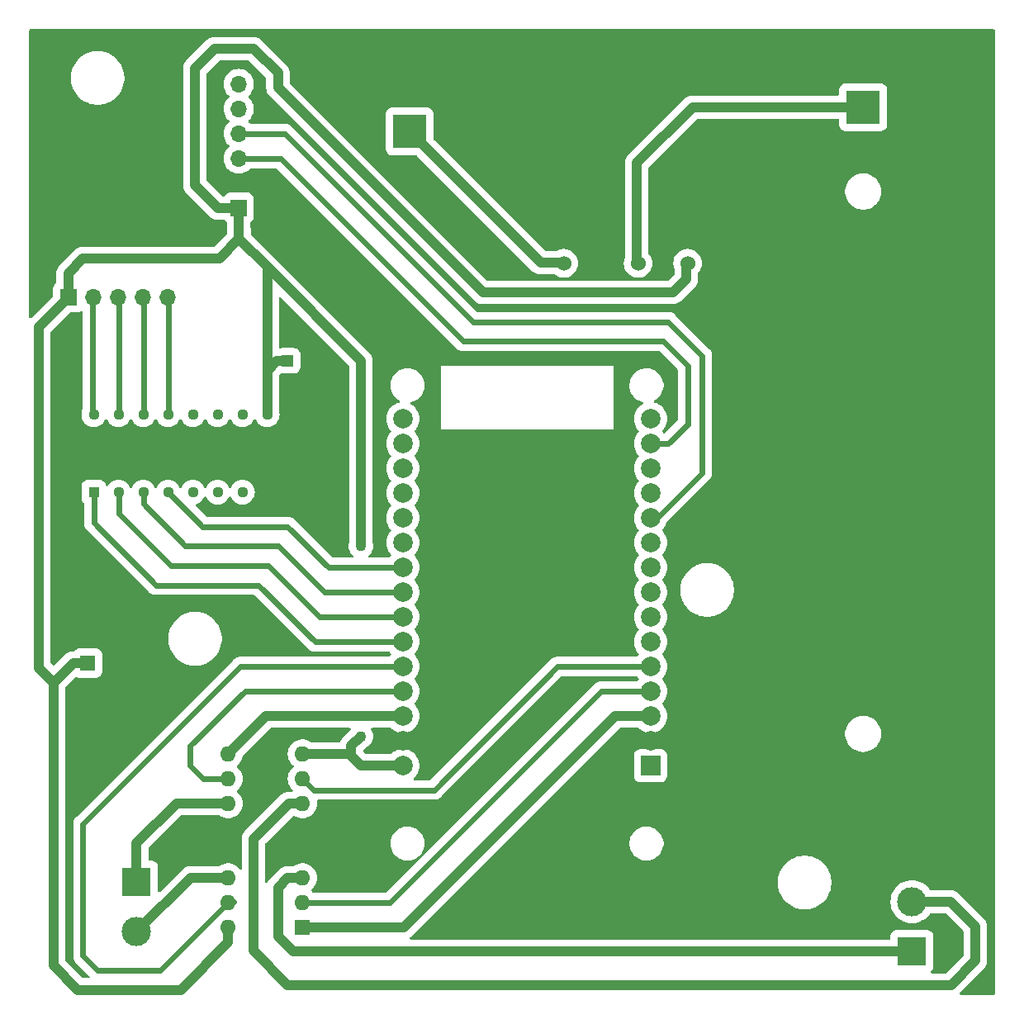
<source format=gbr>
%TF.GenerationSoftware,KiCad,Pcbnew,8.0.4*%
%TF.CreationDate,2024-09-09T18:44:27-05:00*%
%TF.ProjectId,PCB 1,50434220-312e-46b6-9963-61645f706362,rev?*%
%TF.SameCoordinates,Original*%
%TF.FileFunction,Copper,L2,Bot*%
%TF.FilePolarity,Positive*%
%FSLAX46Y46*%
G04 Gerber Fmt 4.6, Leading zero omitted, Abs format (unit mm)*
G04 Created by KiCad (PCBNEW 8.0.4) date 2024-09-09 18:44:27*
%MOMM*%
%LPD*%
G01*
G04 APERTURE LIST*
G04 Aperture macros list*
%AMRoundRect*
0 Rectangle with rounded corners*
0 $1 Rounding radius*
0 $2 $3 $4 $5 $6 $7 $8 $9 X,Y pos of 4 corners*
0 Add a 4 corners polygon primitive as box body*
4,1,4,$2,$3,$4,$5,$6,$7,$8,$9,$2,$3,0*
0 Add four circle primitives for the rounded corners*
1,1,$1+$1,$2,$3*
1,1,$1+$1,$4,$5*
1,1,$1+$1,$6,$7*
1,1,$1+$1,$8,$9*
0 Add four rect primitives between the rounded corners*
20,1,$1+$1,$2,$3,$4,$5,0*
20,1,$1+$1,$4,$5,$6,$7,0*
20,1,$1+$1,$6,$7,$8,$9,0*
20,1,$1+$1,$8,$9,$2,$3,0*%
G04 Aperture macros list end*
%TA.AperFunction,ComponentPad*%
%ADD10R,1.200000X1.200000*%
%TD*%
%TA.AperFunction,ComponentPad*%
%ADD11C,1.200000*%
%TD*%
%TA.AperFunction,ComponentPad*%
%ADD12R,3.000000X3.000000*%
%TD*%
%TA.AperFunction,ComponentPad*%
%ADD13C,3.000000*%
%TD*%
%TA.AperFunction,ComponentPad*%
%ADD14C,1.524000*%
%TD*%
%TA.AperFunction,ComponentPad*%
%ADD15R,3.500000X3.500000*%
%TD*%
%TA.AperFunction,ComponentPad*%
%ADD16RoundRect,0.750000X-1.000000X0.750000X-1.000000X-0.750000X1.000000X-0.750000X1.000000X0.750000X0*%
%TD*%
%TA.AperFunction,ComponentPad*%
%ADD17RoundRect,0.875000X-0.875000X0.875000X-0.875000X-0.875000X0.875000X-0.875000X0.875000X0.875000X0*%
%TD*%
%TA.AperFunction,ComponentPad*%
%ADD18C,3.500000*%
%TD*%
%TA.AperFunction,ComponentPad*%
%ADD19R,1.600000X1.600000*%
%TD*%
%TA.AperFunction,ComponentPad*%
%ADD20O,1.600000X1.600000*%
%TD*%
%TA.AperFunction,ComponentPad*%
%ADD21R,1.700000X1.700000*%
%TD*%
%TA.AperFunction,ComponentPad*%
%ADD22O,1.700000X1.700000*%
%TD*%
%TA.AperFunction,ComponentPad*%
%ADD23R,1.130000X1.130000*%
%TD*%
%TA.AperFunction,ComponentPad*%
%ADD24C,1.130000*%
%TD*%
%TA.AperFunction,ComponentPad*%
%ADD25R,2.000000X2.000000*%
%TD*%
%TA.AperFunction,ComponentPad*%
%ADD26C,2.000000*%
%TD*%
%TA.AperFunction,ComponentPad*%
%ADD27C,1.600000*%
%TD*%
%TA.AperFunction,ViaPad*%
%ADD28C,1.100000*%
%TD*%
%TA.AperFunction,Conductor*%
%ADD29C,1.000000*%
%TD*%
%TA.AperFunction,Conductor*%
%ADD30C,0.600000*%
%TD*%
G04 APERTURE END LIST*
D10*
%TO.P,C2,1*%
%TO.N,+5V*%
X119500000Y-84000000D03*
D11*
%TO.P,C2,2*%
%TO.N,GND*%
X121500000Y-84000000D03*
%TD*%
D12*
%TO.P,J8,1,Pin_1*%
%TO.N,/Y3*%
X104000000Y-137460000D03*
D13*
%TO.P,J8,2,Pin_2*%
%TO.N,/Y4*%
X104000000Y-142540000D03*
%TD*%
D14*
%TO.P,U4,1,VIN*%
%TO.N,VDC*%
X147800000Y-74000000D03*
%TO.P,U4,2,GND*%
%TO.N,GND*%
X150340000Y-74000000D03*
%TO.P,U4,3,GND*%
X152880000Y-74000000D03*
%TO.P,U4,4,BAT*%
%TO.N,+BATT*%
X155420000Y-74000000D03*
%TO.P,U4,5,GND*%
%TO.N,GND*%
X157960000Y-74000000D03*
%TO.P,U4,6,OUT-5V*%
%TO.N,+5V*%
X160500000Y-74000000D03*
%TD*%
D15*
%TO.P,J3,1*%
%TO.N,VDC*%
X132000000Y-60500000D03*
D16*
%TO.P,J3,2*%
%TO.N,GND*%
X132000000Y-54500000D03*
D17*
%TO.P,J3,3*%
X127300000Y-57500000D03*
%TD*%
D15*
%TO.P,BT1,1,+*%
%TO.N,+BATT*%
X178500000Y-58000000D03*
D18*
%TO.P,BT1,2,-*%
%TO.N,GND*%
X178500000Y-130000000D03*
%TD*%
D19*
%TO.P,U2,1,EN1\u002C2*%
%TO.N,/EN12*%
X121000000Y-142080000D03*
D20*
%TO.P,U2,2,1A*%
%TO.N,/1A*%
X121000000Y-139540000D03*
%TO.P,U2,3,1Y*%
%TO.N,/Y1*%
X121000000Y-137000000D03*
%TO.P,U2,4,GND*%
%TO.N,GND*%
X121000000Y-134460000D03*
%TO.P,U2,5,GND*%
X121000000Y-131920000D03*
%TO.P,U2,6,2Y*%
%TO.N,/Y2*%
X121000000Y-129380000D03*
%TO.P,U2,7,2A*%
%TO.N,/2A*%
X121000000Y-126840000D03*
%TO.P,U2,8,VCC2*%
%TO.N,+5V*%
X121000000Y-124300000D03*
%TO.P,U2,9,EN3\u002C4*%
%TO.N,/EN34*%
X113380000Y-124300000D03*
%TO.P,U2,10,3A*%
%TO.N,/3A*%
X113380000Y-126840000D03*
%TO.P,U2,11,3Y*%
%TO.N,/Y3*%
X113380000Y-129380000D03*
%TO.P,U2,12,GND*%
%TO.N,GND*%
X113380000Y-131920000D03*
%TO.P,U2,13,GND*%
X113380000Y-134460000D03*
%TO.P,U2,14,4Y*%
%TO.N,/Y4*%
X113380000Y-137000000D03*
%TO.P,U2,15,4A*%
%TO.N,/4A*%
X113380000Y-139540000D03*
%TO.P,U2,16,VCC1*%
%TO.N,+5V*%
X113380000Y-142080000D03*
%TD*%
D12*
%TO.P,J7,1,Pin_1*%
%TO.N,/Y1*%
X183500000Y-144540000D03*
D13*
%TO.P,J7,2,Pin_2*%
%TO.N,/Y2*%
X183500000Y-139460000D03*
%TD*%
D21*
%TO.P,J2,1,Pin_1*%
%TO.N,+5V*%
X97000000Y-77500000D03*
D22*
%TO.P,J2,2,Pin_2*%
%TO.N,Net-(J2-Pin_2)*%
X99540000Y-77500000D03*
%TO.P,J2,3,Pin_3*%
%TO.N,Net-(J2-Pin_3)*%
X102080000Y-77500000D03*
%TO.P,J2,4,Pin_4*%
%TO.N,Net-(J2-Pin_4)*%
X104620000Y-77500000D03*
%TO.P,J2,5,Pin_5*%
%TO.N,Net-(J2-Pin_5)*%
X107160000Y-77500000D03*
%TD*%
D23*
%TO.P,U3,1,I1*%
%TO.N,/I1*%
X99610000Y-97470000D03*
D24*
%TO.P,U3,2,I2*%
%TO.N,/I2*%
X102150000Y-97470000D03*
%TO.P,U3,3,I3*%
%TO.N,/I3*%
X104690000Y-97470000D03*
%TO.P,U3,4,I4*%
%TO.N,/I4*%
X107230000Y-97470000D03*
%TO.P,U3,5,I5*%
%TO.N,unconnected-(U3-I5-Pad5)*%
X109770000Y-97470000D03*
%TO.P,U3,6,I6*%
%TO.N,unconnected-(U3-I6-Pad6)*%
X112310000Y-97470000D03*
%TO.P,U3,7,I7*%
%TO.N,unconnected-(U3-I7-Pad7)*%
X114850000Y-97470000D03*
%TO.P,U3,8,GND*%
%TO.N,GND*%
X117390000Y-97470000D03*
%TO.P,U3,9,COM*%
%TO.N,+5V*%
X117390000Y-89530000D03*
%TO.P,U3,10,O7*%
%TO.N,unconnected-(U3-O7-Pad10)*%
X114850000Y-89530000D03*
%TO.P,U3,11,O6*%
%TO.N,unconnected-(U3-O6-Pad11)*%
X112310000Y-89530000D03*
%TO.P,U3,12,O5*%
%TO.N,unconnected-(U3-O5-Pad12)*%
X109770000Y-89530000D03*
%TO.P,U3,13,O4*%
%TO.N,Net-(J2-Pin_5)*%
X107230000Y-89530000D03*
%TO.P,U3,14,O3*%
%TO.N,Net-(J2-Pin_4)*%
X104690000Y-89530000D03*
%TO.P,U3,15,O2*%
%TO.N,Net-(J2-Pin_3)*%
X102150000Y-89530000D03*
%TO.P,U3,16,O1*%
%TO.N,Net-(J2-Pin_2)*%
X99610000Y-89530000D03*
%TD*%
D21*
%TO.P,J1,1,Pin_1*%
%TO.N,+5V*%
X114475000Y-68325000D03*
D22*
%TO.P,J1,2,Pin_2*%
%TO.N,GND*%
X114475000Y-65785000D03*
%TO.P,J1,3,Pin_3*%
%TO.N,/SCL*%
X114475000Y-63245000D03*
%TO.P,J1,4,Pin_4*%
%TO.N,/SDA*%
X114475000Y-60705000D03*
%TO.P,J1,5,Pin_5*%
%TO.N,unconnected-(J1-Pin_5-Pad5)*%
X114475000Y-58165000D03*
%TO.P,J1,6,Pin_6*%
%TO.N,unconnected-(J1-Pin_6-Pad6)*%
X114475000Y-55625000D03*
%TD*%
D25*
%TO.P,U1,1,3V3*%
%TO.N,unconnected-(U1-3V3-Pad1)*%
X156700000Y-125515000D03*
D26*
%TO.P,U1,2,GND*%
%TO.N,GND*%
X156700000Y-122975000D03*
%TO.P,U1,3,D15*%
%TO.N,/EN12*%
X156700000Y-120435000D03*
%TO.P,U1,4,D2*%
%TO.N,/1A*%
X156700000Y-117895000D03*
%TO.P,U1,5,D4*%
%TO.N,/2A*%
X156700000Y-115355000D03*
%TO.P,U1,6,RX2*%
%TO.N,unconnected-(U1-RX2-Pad6)*%
X156700000Y-112815000D03*
%TO.P,U1,7,TX2*%
%TO.N,unconnected-(U1-TX2-Pad7)*%
X156700000Y-110275000D03*
%TO.P,U1,8,D5*%
%TO.N,unconnected-(U1-D5-Pad8)*%
X156700000Y-107735000D03*
%TO.P,U1,9,D18*%
%TO.N,unconnected-(U1-D18-Pad9)*%
X156700000Y-105195000D03*
%TO.P,U1,10,D19*%
%TO.N,unconnected-(U1-D19-Pad10)*%
X156700000Y-102655000D03*
%TO.P,U1,11,D21*%
%TO.N,/SDA*%
X156700000Y-100115000D03*
%TO.P,U1,12,RX0*%
%TO.N,unconnected-(U1-RX0-Pad12)*%
X156700000Y-97575000D03*
%TO.P,U1,13,TX0*%
%TO.N,unconnected-(U1-TX0-Pad13)*%
X156700000Y-95035000D03*
%TO.P,U1,14,D22*%
%TO.N,/SCL*%
X156700000Y-92495000D03*
%TO.P,U1,15,D23*%
%TO.N,unconnected-(U1-D23-Pad15)*%
X156700000Y-89955000D03*
%TO.P,U1,16,EN*%
%TO.N,unconnected-(U1-EN-Pad16)*%
X131300000Y-89955000D03*
%TO.P,U1,17,VP*%
%TO.N,unconnected-(U1-VP-Pad17)*%
X131300000Y-92495000D03*
%TO.P,U1,18,VN*%
%TO.N,unconnected-(U1-VN-Pad18)*%
X131300000Y-95035000D03*
%TO.P,U1,19,D34*%
%TO.N,unconnected-(U1-D34-Pad19)*%
X131300000Y-97575000D03*
%TO.P,U1,20,D35*%
%TO.N,unconnected-(U1-D35-Pad20)*%
X131300000Y-100115000D03*
%TO.P,U1,21,D32*%
%TO.N,unconnected-(U1-D32-Pad21)*%
X131300000Y-102655000D03*
%TO.P,U1,22,D33*%
%TO.N,/I4*%
X131300000Y-105195000D03*
%TO.P,U1,23,D25*%
%TO.N,/I3*%
X131300000Y-107735000D03*
%TO.P,U1,24,D26*%
%TO.N,/I2*%
X131300000Y-110275000D03*
%TO.P,U1,25,D27*%
%TO.N,/I1*%
X131300000Y-112815000D03*
%TO.P,U1,26,D14*%
%TO.N,/4A*%
X131300000Y-115355000D03*
%TO.P,U1,27,D12*%
%TO.N,/3A*%
X131300000Y-117895000D03*
%TO.P,U1,28,D13*%
%TO.N,/EN34*%
X131300000Y-120435000D03*
%TO.P,U1,29,GND*%
%TO.N,GND*%
X131300000Y-122975000D03*
%TO.P,U1,30,VIN*%
%TO.N,+5V*%
X131300000Y-125515000D03*
%TD*%
D19*
%TO.P,C1,1*%
%TO.N,+5V*%
X99000000Y-115000000D03*
D27*
%TO.P,C1,2*%
%TO.N,GND*%
X104000000Y-115000000D03*
%TD*%
D28*
%TO.N,GND*%
X138500000Y-142000000D03*
X127500000Y-137000000D03*
X109000000Y-133500000D03*
X99500000Y-126500000D03*
X123000000Y-53500000D03*
X117500000Y-66000000D03*
X128500000Y-80000000D03*
X124500000Y-85500000D03*
%TO.N,+5V*%
X127000000Y-103000000D03*
X127000000Y-122500000D03*
%TD*%
D29*
%TO.N,+5V*%
X114475000Y-70475000D02*
X114475000Y-68325000D01*
X114500000Y-70500000D02*
X114475000Y-70475000D01*
X97000000Y-77500000D02*
X97000000Y-75000000D01*
X98500000Y-73500000D02*
X112500000Y-73500000D01*
X112500000Y-73500000D02*
X114500000Y-71500000D01*
X126000000Y-124500000D02*
X126000000Y-123500000D01*
X95500000Y-117000000D02*
X94000000Y-115500000D01*
X94000000Y-115500000D02*
X94000000Y-80500000D01*
X127000000Y-103000000D02*
X127000000Y-93500000D01*
X95500000Y-146000000D02*
X95500000Y-117000000D01*
X127000000Y-93500000D02*
X127000000Y-84000000D01*
X97500000Y-115000000D02*
X99000000Y-115000000D01*
X110000000Y-54000000D02*
X110000000Y-64000000D01*
X114500000Y-71500000D02*
X114500000Y-70500000D01*
X160350000Y-75650000D02*
X159000000Y-77000000D01*
X125800000Y-124300000D02*
X121000000Y-124300000D01*
X116000000Y-52000000D02*
X112000000Y-52000000D01*
X126500000Y-125000000D02*
X126000000Y-124500000D01*
X110000000Y-64000000D02*
X110000000Y-66000000D01*
X97000000Y-75000000D02*
X98500000Y-73500000D01*
X160350000Y-73930000D02*
X160350000Y-75650000D01*
X98000000Y-148500000D02*
X95500000Y-146000000D01*
X112000000Y-52000000D02*
X110000000Y-54000000D01*
X97500000Y-115000000D02*
X95500000Y-117000000D01*
X127000000Y-84000000D02*
X117390000Y-74390000D01*
X126000000Y-124500000D02*
X125800000Y-124300000D01*
X118500000Y-56000000D02*
X118500000Y-54500000D01*
X119500000Y-84000000D02*
X118390000Y-84000000D01*
X139500000Y-77000000D02*
X118500000Y-56000000D01*
X110000000Y-66000000D02*
X112325000Y-68325000D01*
X118500000Y-54500000D02*
X116000000Y-52000000D01*
X131300000Y-125515000D02*
X127015000Y-125515000D01*
X94000000Y-80500000D02*
X97000000Y-77500000D01*
X159000000Y-77000000D02*
X139500000Y-77000000D01*
X112325000Y-68325000D02*
X114475000Y-68325000D01*
X118390000Y-84000000D02*
X117390000Y-85000000D01*
X113380000Y-142080000D02*
X113380000Y-143620000D01*
X127015000Y-125515000D02*
X126500000Y-125000000D01*
X113380000Y-143620000D02*
X108500000Y-148500000D01*
X117390000Y-89530000D02*
X117390000Y-85000000D01*
X126000000Y-123500000D02*
X127000000Y-122500000D01*
X108500000Y-148500000D02*
X98000000Y-148500000D01*
X117390000Y-74390000D02*
X114500000Y-71500000D01*
X117390000Y-85000000D02*
X117390000Y-74390000D01*
D30*
%TO.N,/SDA*%
X162000000Y-83500000D02*
X162000000Y-95500000D01*
X162000000Y-95500000D02*
X157385000Y-100115000D01*
X114475000Y-60705000D02*
X119205000Y-60705000D01*
X157385000Y-100115000D02*
X156700000Y-100115000D01*
X138500000Y-80000000D02*
X158500000Y-80000000D01*
X158500000Y-80000000D02*
X162000000Y-83500000D01*
X119205000Y-60705000D02*
X138500000Y-80000000D01*
%TO.N,/SCL*%
X118745000Y-63245000D02*
X137500000Y-82000000D01*
X114475000Y-63245000D02*
X118745000Y-63245000D01*
X158505000Y-92495000D02*
X156700000Y-92495000D01*
X160500000Y-90500000D02*
X158505000Y-92495000D01*
X158000000Y-82000000D02*
X160500000Y-84500000D01*
X137500000Y-82000000D02*
X158000000Y-82000000D01*
X160500000Y-84500000D02*
X160500000Y-90500000D01*
%TO.N,Net-(J2-Pin_4)*%
X104690000Y-89530000D02*
X104690000Y-77570000D01*
X104690000Y-77570000D02*
X104620000Y-77500000D01*
%TO.N,Net-(J2-Pin_5)*%
X107230000Y-89530000D02*
X107230000Y-77570000D01*
X107230000Y-77570000D02*
X107160000Y-77500000D01*
%TO.N,Net-(J2-Pin_2)*%
X99500000Y-77580000D02*
X99420000Y-77500000D01*
X99500000Y-89420000D02*
X99500000Y-77580000D01*
X99610000Y-89530000D02*
X99500000Y-89420000D01*
%TO.N,Net-(J2-Pin_3)*%
X102150000Y-77570000D02*
X102080000Y-77500000D01*
X102150000Y-89530000D02*
X102150000Y-77570000D01*
%TO.N,/1A*%
X129960000Y-139540000D02*
X121000000Y-139540000D01*
X156700000Y-117895000D02*
X151605000Y-117895000D01*
X151605000Y-117895000D02*
X129960000Y-139540000D01*
D29*
%TO.N,/EN12*%
X121000000Y-142080000D02*
X131420000Y-142080000D01*
X153065000Y-120435000D02*
X156700000Y-120435000D01*
X131420000Y-142080000D02*
X153065000Y-120435000D01*
%TO.N,/EN34*%
X117245000Y-120435000D02*
X131300000Y-120435000D01*
X113380000Y-124300000D02*
X117245000Y-120435000D01*
D30*
%TO.N,/3A*%
X115105000Y-117895000D02*
X131300000Y-117895000D01*
X110840000Y-126840000D02*
X109500000Y-125500000D01*
X109500000Y-125500000D02*
X109500000Y-123500000D01*
X109500000Y-123500000D02*
X115105000Y-117895000D01*
X113380000Y-126840000D02*
X110840000Y-126840000D01*
%TO.N,/4A*%
X98500000Y-145000000D02*
X98500000Y-131500000D01*
X113380000Y-139540000D02*
X113420000Y-139500000D01*
X113380000Y-139540000D02*
X106420000Y-146500000D01*
X100000000Y-146500000D02*
X98500000Y-145000000D01*
X98500000Y-131500000D02*
X114645000Y-115355000D01*
X106420000Y-146500000D02*
X100000000Y-146500000D01*
X114645000Y-115355000D02*
X131300000Y-115355000D01*
X113420000Y-139500000D02*
X114000000Y-139500000D01*
%TO.N,/2A*%
X121000000Y-126840000D02*
X122160000Y-128000000D01*
X147145000Y-115355000D02*
X156700000Y-115355000D01*
X122160000Y-128000000D02*
X134500000Y-128000000D01*
X134500000Y-128000000D02*
X147145000Y-115355000D01*
%TO.N,/I3*%
X104690000Y-98690000D02*
X109000000Y-103000000D01*
X118500000Y-103000000D02*
X123235000Y-107735000D01*
X104690000Y-97470000D02*
X104690000Y-98690000D01*
X123235000Y-107735000D02*
X131300000Y-107735000D01*
X109000000Y-103000000D02*
X118500000Y-103000000D01*
%TO.N,/I4*%
X119500000Y-101000000D02*
X123695000Y-105195000D01*
X107230000Y-97470000D02*
X110760000Y-101000000D01*
X110760000Y-101000000D02*
X119500000Y-101000000D01*
X123695000Y-105195000D02*
X131300000Y-105195000D01*
%TO.N,/I1*%
X99610000Y-97470000D02*
X99610000Y-100610000D01*
X116500000Y-107000000D02*
X122315000Y-112815000D01*
X99610000Y-100610000D02*
X106000000Y-107000000D01*
X122315000Y-112815000D02*
X131300000Y-112815000D01*
X106000000Y-107000000D02*
X116500000Y-107000000D01*
%TO.N,/I2*%
X117500000Y-105000000D02*
X122775000Y-110275000D01*
X102150000Y-99650000D02*
X107500000Y-105000000D01*
X122775000Y-110275000D02*
X131300000Y-110275000D01*
X107500000Y-105000000D02*
X117500000Y-105000000D01*
X102150000Y-97470000D02*
X102150000Y-99650000D01*
D29*
%TO.N,+BATT*%
X161000000Y-58000000D02*
X155270000Y-63730000D01*
X155270000Y-63730000D02*
X155270000Y-73930000D01*
X178500000Y-58000000D02*
X161000000Y-58000000D01*
%TO.N,VDC*%
X132000000Y-60500000D02*
X145430000Y-73930000D01*
X145430000Y-73930000D02*
X147650000Y-73930000D01*
X132000000Y-60500000D02*
X132720000Y-60500000D01*
%TO.N,/Y2*%
X190000000Y-142000000D02*
X187460000Y-139460000D01*
X116000000Y-144500000D02*
X119500000Y-148000000D01*
X121000000Y-129380000D02*
X119620000Y-129380000D01*
X119500000Y-148000000D02*
X187500000Y-148000000D01*
X187460000Y-139460000D02*
X183500000Y-139460000D01*
X116000000Y-133000000D02*
X116000000Y-144500000D01*
X119620000Y-129380000D02*
X116000000Y-133000000D01*
X187500000Y-148000000D02*
X190000000Y-145500000D01*
X190000000Y-145500000D02*
X190000000Y-142000000D01*
%TO.N,/Y1*%
X119500000Y-137000000D02*
X118500000Y-138000000D01*
X118500000Y-138000000D02*
X118500000Y-143000000D01*
X121000000Y-137000000D02*
X119500000Y-137000000D01*
X118500000Y-143000000D02*
X120040000Y-144540000D01*
X120040000Y-144540000D02*
X183500000Y-144540000D01*
%TO.N,/Y4*%
X104000000Y-142540000D02*
X109540000Y-137000000D01*
X109540000Y-137000000D02*
X113380000Y-137000000D01*
%TO.N,/Y3*%
X104000000Y-133500000D02*
X108120000Y-129380000D01*
X104000000Y-137460000D02*
X104000000Y-133500000D01*
X108120000Y-129380000D02*
X113380000Y-129380000D01*
%TD*%
%TA.AperFunction,Conductor*%
%TO.N,GND*%
G36*
X191942539Y-50020185D02*
G01*
X191988294Y-50072989D01*
X191999500Y-50124500D01*
X191999500Y-148875500D01*
X191979815Y-148942539D01*
X191927011Y-148988294D01*
X191875500Y-148999500D01*
X188497626Y-148999500D01*
X188430587Y-148979815D01*
X188384832Y-148927011D01*
X188374888Y-148857853D01*
X188403913Y-148794297D01*
X188409945Y-148787819D01*
X190109944Y-147087819D01*
X190915690Y-146282073D01*
X191026760Y-146129199D01*
X191112547Y-145960832D01*
X191170940Y-145781118D01*
X191171570Y-145777139D01*
X191200500Y-145594486D01*
X191200500Y-141905513D01*
X191170940Y-141718881D01*
X191112545Y-141539163D01*
X191026759Y-141370800D01*
X191026018Y-141369780D01*
X190919655Y-141223384D01*
X190915690Y-141217926D01*
X188242074Y-138544310D01*
X188089199Y-138433240D01*
X188056706Y-138416684D01*
X187920836Y-138347454D01*
X187741118Y-138289059D01*
X187554486Y-138259500D01*
X187554481Y-138259500D01*
X185410650Y-138259500D01*
X185343611Y-138239815D01*
X185307548Y-138204391D01*
X185304948Y-138200500D01*
X185249520Y-138117546D01*
X185207849Y-138070029D01*
X185059327Y-137900672D01*
X184842452Y-137710478D01*
X184602613Y-137550223D01*
X184602606Y-137550219D01*
X184343905Y-137422642D01*
X184070760Y-137329921D01*
X184070754Y-137329919D01*
X184070753Y-137329919D01*
X184070751Y-137329918D01*
X184070745Y-137329917D01*
X183787849Y-137273646D01*
X183787839Y-137273644D01*
X183500000Y-137254778D01*
X183212161Y-137273644D01*
X183212155Y-137273645D01*
X183212150Y-137273646D01*
X182929254Y-137329917D01*
X182929239Y-137329921D01*
X182656094Y-137422642D01*
X182397393Y-137550219D01*
X182397386Y-137550223D01*
X182157547Y-137710478D01*
X181940672Y-137900672D01*
X181750478Y-138117547D01*
X181590223Y-138357386D01*
X181590219Y-138357393D01*
X181462642Y-138616094D01*
X181369921Y-138889239D01*
X181369917Y-138889254D01*
X181313646Y-139172150D01*
X181313644Y-139172161D01*
X181294778Y-139460000D01*
X181308176Y-139664420D01*
X181313644Y-139747837D01*
X181313646Y-139747849D01*
X181369917Y-140030745D01*
X181369921Y-140030760D01*
X181462642Y-140303905D01*
X181590219Y-140562606D01*
X181590223Y-140562613D01*
X181750478Y-140802452D01*
X181940672Y-141019327D01*
X182157547Y-141209521D01*
X182178296Y-141223385D01*
X182397389Y-141369778D01*
X182656098Y-141497359D01*
X182929247Y-141590081D01*
X183212161Y-141646356D01*
X183500000Y-141665222D01*
X183787839Y-141646356D01*
X184070753Y-141590081D01*
X184343902Y-141497359D01*
X184602611Y-141369778D01*
X184842454Y-141209520D01*
X185059327Y-141019327D01*
X185249520Y-140802454D01*
X185307548Y-140715608D01*
X185361160Y-140670804D01*
X185410650Y-140660500D01*
X186911374Y-140660500D01*
X186978413Y-140680185D01*
X186999055Y-140696819D01*
X188763181Y-142460945D01*
X188796666Y-142522268D01*
X188799500Y-142548626D01*
X188799500Y-144951374D01*
X188779815Y-145018413D01*
X188763181Y-145039055D01*
X187039055Y-146763181D01*
X186977732Y-146796666D01*
X186951374Y-146799500D01*
X185530520Y-146799500D01*
X185463481Y-146779815D01*
X185417726Y-146727011D01*
X185407782Y-146657853D01*
X185436807Y-146594297D01*
X185442839Y-146587819D01*
X185555468Y-146475189D01*
X185555469Y-146475188D01*
X185555472Y-146475185D01*
X185643478Y-146329606D01*
X185694086Y-146167196D01*
X185700500Y-146096616D01*
X185700500Y-142983384D01*
X185694086Y-142912804D01*
X185643478Y-142750394D01*
X185555472Y-142604815D01*
X185555470Y-142604813D01*
X185555469Y-142604811D01*
X185435188Y-142484530D01*
X185289606Y-142396522D01*
X185127196Y-142345914D01*
X185127194Y-142345913D01*
X185127192Y-142345913D01*
X185077778Y-142341423D01*
X185056616Y-142339500D01*
X181943384Y-142339500D01*
X181924145Y-142341248D01*
X181872807Y-142345913D01*
X181710393Y-142396522D01*
X181564811Y-142484530D01*
X181444530Y-142604811D01*
X181356522Y-142750393D01*
X181305913Y-142912807D01*
X181299500Y-142983386D01*
X181299500Y-143215500D01*
X181279815Y-143282539D01*
X181227011Y-143328294D01*
X181175500Y-143339500D01*
X132108918Y-143339500D01*
X132041879Y-143319815D01*
X131996124Y-143267011D01*
X131986180Y-143197853D01*
X132015205Y-143134297D01*
X132045728Y-143110416D01*
X132045047Y-143109305D01*
X132049192Y-143106764D01*
X132049193Y-143106762D01*
X132049199Y-143106760D01*
X132202074Y-142995690D01*
X137852235Y-137345528D01*
X169749500Y-137345528D01*
X169749500Y-137654471D01*
X169784086Y-137961437D01*
X169784089Y-137961455D01*
X169852831Y-138262635D01*
X169852835Y-138262647D01*
X169954862Y-138554222D01*
X169954868Y-138554236D01*
X170088903Y-138832562D01*
X170088905Y-138832565D01*
X170253265Y-139094143D01*
X170445880Y-139335674D01*
X170664326Y-139554120D01*
X170905857Y-139746735D01*
X171167435Y-139911095D01*
X171445771Y-140045135D01*
X171445777Y-140045137D01*
X171737352Y-140147164D01*
X171737364Y-140147168D01*
X172038548Y-140215911D01*
X172038554Y-140215911D01*
X172038562Y-140215913D01*
X172243206Y-140238970D01*
X172345529Y-140250499D01*
X172345532Y-140250500D01*
X172345535Y-140250500D01*
X172654468Y-140250500D01*
X172654469Y-140250499D01*
X172811356Y-140232822D01*
X172961437Y-140215913D01*
X172961442Y-140215912D01*
X172961452Y-140215911D01*
X173262636Y-140147168D01*
X173554229Y-140045135D01*
X173832565Y-139911095D01*
X174094143Y-139746735D01*
X174335674Y-139554120D01*
X174554120Y-139335674D01*
X174746735Y-139094143D01*
X174911095Y-138832565D01*
X175045135Y-138554229D01*
X175147168Y-138262636D01*
X175215911Y-137961452D01*
X175216845Y-137953167D01*
X175243498Y-137716606D01*
X175250500Y-137654465D01*
X175250500Y-137345535D01*
X175215911Y-137038548D01*
X175147168Y-136737364D01*
X175045135Y-136445771D01*
X174911095Y-136167435D01*
X174746735Y-135905857D01*
X174554120Y-135664326D01*
X174335674Y-135445880D01*
X174094143Y-135253265D01*
X173832565Y-135088905D01*
X173832562Y-135088903D01*
X173554236Y-134954868D01*
X173554222Y-134954862D01*
X173262647Y-134852835D01*
X173262635Y-134852831D01*
X172961455Y-134784089D01*
X172961437Y-134784086D01*
X172654471Y-134749500D01*
X172654465Y-134749500D01*
X172345535Y-134749500D01*
X172345528Y-134749500D01*
X172038562Y-134784086D01*
X172038544Y-134784089D01*
X171737364Y-134852831D01*
X171737352Y-134852835D01*
X171445777Y-134954862D01*
X171445763Y-134954868D01*
X171167437Y-135088903D01*
X170905858Y-135253264D01*
X170664326Y-135445879D01*
X170445879Y-135664326D01*
X170253264Y-135905858D01*
X170088903Y-136167437D01*
X169954868Y-136445763D01*
X169954862Y-136445777D01*
X169852835Y-136737352D01*
X169852831Y-136737364D01*
X169784089Y-137038544D01*
X169784086Y-137038562D01*
X169749500Y-137345528D01*
X137852235Y-137345528D01*
X141837505Y-133360258D01*
X154529500Y-133360258D01*
X154529500Y-133589741D01*
X154554446Y-133779215D01*
X154559452Y-133817238D01*
X154607689Y-133997263D01*
X154618842Y-134038887D01*
X154706650Y-134250876D01*
X154706657Y-134250890D01*
X154821392Y-134449617D01*
X154961081Y-134631661D01*
X154961089Y-134631670D01*
X155123330Y-134793911D01*
X155123338Y-134793918D01*
X155305382Y-134933607D01*
X155305385Y-134933608D01*
X155305388Y-134933611D01*
X155504112Y-135048344D01*
X155504117Y-135048346D01*
X155504123Y-135048349D01*
X155595480Y-135086190D01*
X155716113Y-135136158D01*
X155937762Y-135195548D01*
X156165266Y-135225500D01*
X156165273Y-135225500D01*
X156394727Y-135225500D01*
X156394734Y-135225500D01*
X156622238Y-135195548D01*
X156843887Y-135136158D01*
X157055888Y-135048344D01*
X157254612Y-134933611D01*
X157436661Y-134793919D01*
X157436665Y-134793914D01*
X157436670Y-134793911D01*
X157598911Y-134631670D01*
X157598914Y-134631665D01*
X157598919Y-134631661D01*
X157738611Y-134449612D01*
X157853344Y-134250888D01*
X157941158Y-134038887D01*
X158000548Y-133817238D01*
X158030500Y-133589734D01*
X158030500Y-133360266D01*
X158000548Y-133132762D01*
X157941158Y-132911113D01*
X157853344Y-132699112D01*
X157738611Y-132500388D01*
X157738608Y-132500385D01*
X157738607Y-132500382D01*
X157598918Y-132318338D01*
X157598911Y-132318330D01*
X157436670Y-132156089D01*
X157436661Y-132156081D01*
X157254617Y-132016392D01*
X157055890Y-131901657D01*
X157055876Y-131901650D01*
X156843887Y-131813842D01*
X156622238Y-131754452D01*
X156584215Y-131749446D01*
X156394741Y-131724500D01*
X156394734Y-131724500D01*
X156165266Y-131724500D01*
X156165258Y-131724500D01*
X155948715Y-131753009D01*
X155937762Y-131754452D01*
X155844076Y-131779554D01*
X155716112Y-131813842D01*
X155504123Y-131901650D01*
X155504109Y-131901657D01*
X155305382Y-132016392D01*
X155123338Y-132156081D01*
X154961081Y-132318338D01*
X154821392Y-132500382D01*
X154706657Y-132699109D01*
X154706650Y-132699123D01*
X154618842Y-132911112D01*
X154559453Y-133132759D01*
X154559451Y-133132770D01*
X154529500Y-133360258D01*
X141837505Y-133360258D01*
X150739376Y-124458386D01*
X154999500Y-124458386D01*
X154999500Y-126571613D01*
X155005913Y-126642192D01*
X155005913Y-126642194D01*
X155005914Y-126642196D01*
X155056522Y-126804606D01*
X155077915Y-126839995D01*
X155144530Y-126950188D01*
X155264811Y-127070469D01*
X155264813Y-127070470D01*
X155264815Y-127070472D01*
X155410394Y-127158478D01*
X155572804Y-127209086D01*
X155643384Y-127215500D01*
X155643387Y-127215500D01*
X157756613Y-127215500D01*
X157756616Y-127215500D01*
X157827196Y-127209086D01*
X157989606Y-127158478D01*
X158135185Y-127070472D01*
X158255472Y-126950185D01*
X158343478Y-126804606D01*
X158394086Y-126642196D01*
X158400500Y-126571616D01*
X158400500Y-124458384D01*
X158394086Y-124387804D01*
X158343478Y-124225394D01*
X158255472Y-124079815D01*
X158255470Y-124079813D01*
X158255469Y-124079811D01*
X158135188Y-123959530D01*
X158060567Y-123914420D01*
X157989606Y-123871522D01*
X157827196Y-123820914D01*
X157827194Y-123820913D01*
X157827192Y-123820913D01*
X157777778Y-123816423D01*
X157756616Y-123814500D01*
X155643384Y-123814500D01*
X155624145Y-123816248D01*
X155572807Y-123820913D01*
X155410393Y-123871522D01*
X155264811Y-123959530D01*
X155144530Y-124079811D01*
X155056522Y-124225393D01*
X155005913Y-124387807D01*
X154999500Y-124458386D01*
X150739376Y-124458386D01*
X153525944Y-121671818D01*
X153587267Y-121638334D01*
X153613625Y-121635500D01*
X155445065Y-121635500D01*
X155512104Y-121655185D01*
X155529403Y-121668599D01*
X155636783Y-121768232D01*
X155847366Y-121911805D01*
X155847371Y-121911807D01*
X155847372Y-121911808D01*
X155847373Y-121911809D01*
X155969328Y-121970538D01*
X156076992Y-122022387D01*
X156076993Y-122022387D01*
X156076996Y-122022389D01*
X156320542Y-122097513D01*
X156572565Y-122135500D01*
X156827435Y-122135500D01*
X156839304Y-122133711D01*
X176649500Y-122133711D01*
X176649500Y-122376288D01*
X176681161Y-122616785D01*
X176743947Y-122851104D01*
X176836773Y-123075205D01*
X176836777Y-123075214D01*
X176841036Y-123082591D01*
X176958064Y-123285289D01*
X176958066Y-123285292D01*
X176958067Y-123285293D01*
X177105733Y-123477736D01*
X177105739Y-123477743D01*
X177277256Y-123649260D01*
X177277262Y-123649265D01*
X177469711Y-123796936D01*
X177679788Y-123918224D01*
X177875269Y-123999195D01*
X177883818Y-124002736D01*
X177903900Y-124011054D01*
X178138211Y-124073838D01*
X178318586Y-124097584D01*
X178378711Y-124105500D01*
X178378712Y-124105500D01*
X178621289Y-124105500D01*
X178669388Y-124099167D01*
X178861789Y-124073838D01*
X179096100Y-124011054D01*
X179320212Y-123918224D01*
X179530289Y-123796936D01*
X179722738Y-123649265D01*
X179894265Y-123477738D01*
X180041936Y-123285289D01*
X180163224Y-123075212D01*
X180256054Y-122851100D01*
X180318838Y-122616789D01*
X180350500Y-122376288D01*
X180350500Y-122133712D01*
X180318838Y-121893211D01*
X180256054Y-121658900D01*
X180163224Y-121434788D01*
X180041936Y-121224711D01*
X179894265Y-121032262D01*
X179894260Y-121032256D01*
X179722743Y-120860739D01*
X179722736Y-120860733D01*
X179530293Y-120713067D01*
X179530292Y-120713066D01*
X179530289Y-120713064D01*
X179320212Y-120591776D01*
X179320205Y-120591773D01*
X179096104Y-120498947D01*
X178861785Y-120436161D01*
X178621289Y-120404500D01*
X178621288Y-120404500D01*
X178378712Y-120404500D01*
X178378711Y-120404500D01*
X178138214Y-120436161D01*
X177903895Y-120498947D01*
X177679794Y-120591773D01*
X177679785Y-120591777D01*
X177469706Y-120713067D01*
X177277263Y-120860733D01*
X177277256Y-120860739D01*
X177105739Y-121032256D01*
X177105733Y-121032263D01*
X176958067Y-121224706D01*
X176836777Y-121434785D01*
X176836773Y-121434794D01*
X176743947Y-121658895D01*
X176681161Y-121893214D01*
X176649500Y-122133711D01*
X156839304Y-122133711D01*
X157079458Y-122097513D01*
X157323004Y-122022389D01*
X157552634Y-121911805D01*
X157763217Y-121768232D01*
X157950050Y-121594877D01*
X158108959Y-121395612D01*
X158236393Y-121174888D01*
X158329508Y-120937637D01*
X158386222Y-120689157D01*
X158405268Y-120435000D01*
X158402982Y-120404500D01*
X158386222Y-120180845D01*
X158329509Y-119932369D01*
X158329508Y-119932363D01*
X158236393Y-119695112D01*
X158108959Y-119474388D01*
X157950050Y-119275123D01*
X157929330Y-119255898D01*
X157893576Y-119195870D01*
X157895951Y-119126041D01*
X157929331Y-119074101D01*
X157950050Y-119054877D01*
X158108959Y-118855612D01*
X158236393Y-118634888D01*
X158329508Y-118397637D01*
X158386222Y-118149157D01*
X158405268Y-117895000D01*
X158386222Y-117640843D01*
X158329508Y-117392363D01*
X158236393Y-117155112D01*
X158108959Y-116934388D01*
X157950050Y-116735123D01*
X157929330Y-116715898D01*
X157893576Y-116655870D01*
X157895951Y-116586041D01*
X157929331Y-116534101D01*
X157950050Y-116514877D01*
X158108959Y-116315612D01*
X158236393Y-116094888D01*
X158329508Y-115857637D01*
X158386222Y-115609157D01*
X158405268Y-115355000D01*
X158386222Y-115100843D01*
X158329508Y-114852363D01*
X158236393Y-114615112D01*
X158108959Y-114394388D01*
X157950050Y-114195123D01*
X157929330Y-114175898D01*
X157893576Y-114115870D01*
X157895951Y-114046041D01*
X157929331Y-113994101D01*
X157950050Y-113974877D01*
X158108959Y-113775612D01*
X158236393Y-113554888D01*
X158329508Y-113317637D01*
X158386222Y-113069157D01*
X158405268Y-112815000D01*
X158386222Y-112560843D01*
X158329508Y-112312363D01*
X158236393Y-112075112D01*
X158108959Y-111854388D01*
X157950050Y-111655123D01*
X157929330Y-111635898D01*
X157893576Y-111575870D01*
X157895951Y-111506041D01*
X157929331Y-111454101D01*
X157950050Y-111434877D01*
X158108959Y-111235612D01*
X158236393Y-111014888D01*
X158329508Y-110777637D01*
X158386222Y-110529157D01*
X158405268Y-110275000D01*
X158403639Y-110253265D01*
X158391322Y-110088903D01*
X158386222Y-110020843D01*
X158329508Y-109772363D01*
X158236393Y-109535112D01*
X158108959Y-109314388D01*
X157950050Y-109115123D01*
X157929330Y-109095898D01*
X157893576Y-109035870D01*
X157895951Y-108966041D01*
X157929331Y-108914101D01*
X157950050Y-108894877D01*
X158108959Y-108695612D01*
X158236393Y-108474888D01*
X158329508Y-108237637D01*
X158386222Y-107989157D01*
X158402110Y-107777140D01*
X158405268Y-107735004D01*
X158405268Y-107734995D01*
X158386222Y-107480845D01*
X158355338Y-107345535D01*
X158355336Y-107345528D01*
X159749500Y-107345528D01*
X159749500Y-107654471D01*
X159784086Y-107961437D01*
X159784089Y-107961455D01*
X159852831Y-108262635D01*
X159852835Y-108262647D01*
X159954862Y-108554222D01*
X159954868Y-108554236D01*
X160088903Y-108832562D01*
X160128058Y-108894877D01*
X160253265Y-109094143D01*
X160445880Y-109335674D01*
X160664326Y-109554120D01*
X160905857Y-109746735D01*
X161167435Y-109911095D01*
X161445771Y-110045135D01*
X161445777Y-110045137D01*
X161737352Y-110147164D01*
X161737364Y-110147168D01*
X162038548Y-110215911D01*
X162038554Y-110215911D01*
X162038562Y-110215913D01*
X162243206Y-110238970D01*
X162345529Y-110250499D01*
X162345532Y-110250500D01*
X162345535Y-110250500D01*
X162654468Y-110250500D01*
X162654469Y-110250499D01*
X162811356Y-110232822D01*
X162961437Y-110215913D01*
X162961442Y-110215912D01*
X162961452Y-110215911D01*
X163262636Y-110147168D01*
X163554229Y-110045135D01*
X163832565Y-109911095D01*
X164094143Y-109746735D01*
X164335674Y-109554120D01*
X164554120Y-109335674D01*
X164746735Y-109094143D01*
X164911095Y-108832565D01*
X165045135Y-108554229D01*
X165147168Y-108262636D01*
X165215911Y-107961452D01*
X165250500Y-107654465D01*
X165250500Y-107345535D01*
X165215911Y-107038548D01*
X165147168Y-106737364D01*
X165045135Y-106445771D01*
X164911095Y-106167435D01*
X164746735Y-105905857D01*
X164554120Y-105664326D01*
X164335674Y-105445880D01*
X164094143Y-105253265D01*
X163832565Y-105088905D01*
X163832562Y-105088903D01*
X163554236Y-104954868D01*
X163554222Y-104954862D01*
X163262647Y-104852835D01*
X163262635Y-104852831D01*
X162961455Y-104784089D01*
X162961437Y-104784086D01*
X162654471Y-104749500D01*
X162654465Y-104749500D01*
X162345535Y-104749500D01*
X162345528Y-104749500D01*
X162038562Y-104784086D01*
X162038544Y-104784089D01*
X161737364Y-104852831D01*
X161737352Y-104852835D01*
X161445777Y-104954862D01*
X161445763Y-104954868D01*
X161167437Y-105088903D01*
X160905858Y-105253264D01*
X160664326Y-105445879D01*
X160445879Y-105664326D01*
X160253264Y-105905858D01*
X160088905Y-106167435D01*
X159954868Y-106445763D01*
X159954862Y-106445777D01*
X159852835Y-106737352D01*
X159852831Y-106737364D01*
X159784089Y-107038544D01*
X159784086Y-107038562D01*
X159749500Y-107345528D01*
X158355336Y-107345528D01*
X158329508Y-107232363D01*
X158236393Y-106995112D01*
X158108959Y-106774388D01*
X157950050Y-106575123D01*
X157929330Y-106555898D01*
X157893576Y-106495870D01*
X157895951Y-106426041D01*
X157929331Y-106374101D01*
X157950050Y-106354877D01*
X158108959Y-106155612D01*
X158236393Y-105934888D01*
X158329508Y-105697637D01*
X158386222Y-105449157D01*
X158405268Y-105195000D01*
X158397317Y-105088905D01*
X158387273Y-104954865D01*
X158386222Y-104940843D01*
X158329508Y-104692363D01*
X158236393Y-104455112D01*
X158108959Y-104234388D01*
X157950050Y-104035123D01*
X157929330Y-104015898D01*
X157893576Y-103955870D01*
X157895951Y-103886041D01*
X157929331Y-103834101D01*
X157950050Y-103814877D01*
X158108959Y-103615612D01*
X158236393Y-103394888D01*
X158329508Y-103157637D01*
X158386222Y-102909157D01*
X158405268Y-102655000D01*
X158403577Y-102632437D01*
X158386222Y-102400845D01*
X158377406Y-102362221D01*
X158329508Y-102152363D01*
X158236393Y-101915112D01*
X158108959Y-101694388D01*
X157950050Y-101495123D01*
X157929330Y-101475898D01*
X157893576Y-101415870D01*
X157895951Y-101346041D01*
X157929331Y-101294101D01*
X157950050Y-101274877D01*
X158108959Y-101075612D01*
X158236393Y-100854888D01*
X158329508Y-100617637D01*
X158331087Y-100610714D01*
X158364297Y-100550621D01*
X162777140Y-96137781D01*
X162886632Y-95973914D01*
X162962052Y-95791835D01*
X163000501Y-95598540D01*
X163000501Y-95401459D01*
X163000501Y-95396349D01*
X163000500Y-95396323D01*
X163000500Y-83401456D01*
X162962052Y-83208170D01*
X162962051Y-83208169D01*
X162962051Y-83208165D01*
X162962049Y-83208160D01*
X162886635Y-83026092D01*
X162886628Y-83026079D01*
X162777140Y-82862219D01*
X162759449Y-82844528D01*
X162637782Y-82722861D01*
X162637781Y-82722860D01*
X159284208Y-79369288D01*
X159284206Y-79369285D01*
X159284206Y-79369286D01*
X159277139Y-79362219D01*
X159277139Y-79362218D01*
X159137782Y-79222861D01*
X159137781Y-79222860D01*
X159137780Y-79222859D01*
X158973920Y-79113371D01*
X158973907Y-79113364D01*
X158822137Y-79050500D01*
X158791837Y-79037949D01*
X158791829Y-79037947D01*
X158695188Y-79018724D01*
X158598544Y-78999500D01*
X158598541Y-78999500D01*
X138965783Y-78999500D01*
X138898744Y-78979815D01*
X138878102Y-78963181D01*
X119989209Y-60074289D01*
X119989206Y-60074285D01*
X119989206Y-60074286D01*
X119982139Y-60067219D01*
X119982139Y-60067218D01*
X119842782Y-59927861D01*
X119842781Y-59927860D01*
X119842780Y-59927859D01*
X119678920Y-59818371D01*
X119678911Y-59818366D01*
X119595683Y-59783892D01*
X119550165Y-59765038D01*
X119523500Y-59753993D01*
X119496837Y-59742949D01*
X119496833Y-59742948D01*
X119371037Y-59717926D01*
X119303543Y-59704500D01*
X119303541Y-59704500D01*
X115716698Y-59704500D01*
X115649659Y-59684815D01*
X115622411Y-59661034D01*
X115574759Y-59605241D01*
X115574756Y-59605239D01*
X115574755Y-59605237D01*
X115485832Y-59529290D01*
X115447638Y-59470784D01*
X115447139Y-59400916D01*
X115484493Y-59341869D01*
X115485832Y-59340710D01*
X115517276Y-59313853D01*
X115574759Y-59264759D01*
X115733259Y-59079179D01*
X115860777Y-58871089D01*
X115954172Y-58645612D01*
X116011146Y-58408302D01*
X116030294Y-58165000D01*
X116011146Y-57921698D01*
X115954172Y-57684388D01*
X115938755Y-57647168D01*
X115860777Y-57458910D01*
X115733262Y-57250826D01*
X115733261Y-57250823D01*
X115574756Y-57065238D01*
X115485832Y-56989290D01*
X115447638Y-56930784D01*
X115447139Y-56860916D01*
X115484493Y-56801869D01*
X115485832Y-56800710D01*
X115553941Y-56742539D01*
X115574759Y-56724759D01*
X115733259Y-56539179D01*
X115860777Y-56331089D01*
X115954172Y-56105612D01*
X116011146Y-55868302D01*
X116030294Y-55625000D01*
X116011146Y-55381698D01*
X115954172Y-55144388D01*
X115914506Y-55048625D01*
X115860777Y-54918910D01*
X115733262Y-54710826D01*
X115733261Y-54710823D01*
X115697453Y-54668897D01*
X115574759Y-54525241D01*
X115434575Y-54405513D01*
X115389176Y-54366738D01*
X115389173Y-54366737D01*
X115181089Y-54239222D01*
X114955618Y-54145830D01*
X114955621Y-54145830D01*
X114849992Y-54120470D01*
X114718302Y-54088854D01*
X114718300Y-54088853D01*
X114718297Y-54088853D01*
X114475000Y-54069706D01*
X114231702Y-54088853D01*
X113994380Y-54145830D01*
X113768910Y-54239222D01*
X113560826Y-54366737D01*
X113560823Y-54366738D01*
X113375241Y-54525241D01*
X113216738Y-54710823D01*
X113216737Y-54710826D01*
X113089222Y-54918910D01*
X112995830Y-55144380D01*
X112938853Y-55381702D01*
X112919706Y-55625000D01*
X112938853Y-55868297D01*
X112938853Y-55868300D01*
X112938854Y-55868302D01*
X112960963Y-55960393D01*
X112995830Y-56105619D01*
X113089222Y-56331089D01*
X113216737Y-56539173D01*
X113216738Y-56539176D01*
X113216741Y-56539179D01*
X113375241Y-56724759D01*
X113442348Y-56782074D01*
X113464168Y-56800710D01*
X113502361Y-56859217D01*
X113502859Y-56929085D01*
X113465505Y-56988131D01*
X113464168Y-56989290D01*
X113375241Y-57065241D01*
X113216738Y-57250823D01*
X113216737Y-57250826D01*
X113089222Y-57458910D01*
X112995830Y-57684380D01*
X112938853Y-57921702D01*
X112919706Y-58165000D01*
X112938853Y-58408297D01*
X112938853Y-58408300D01*
X112938854Y-58408302D01*
X112990352Y-58622804D01*
X112995830Y-58645619D01*
X113089222Y-58871089D01*
X113216737Y-59079173D01*
X113216738Y-59079176D01*
X113216741Y-59079179D01*
X113375241Y-59264759D01*
X113443250Y-59322844D01*
X113464168Y-59340710D01*
X113502361Y-59399217D01*
X113502859Y-59469085D01*
X113465505Y-59528131D01*
X113464168Y-59529290D01*
X113375241Y-59605241D01*
X113216738Y-59790823D01*
X113216737Y-59790826D01*
X113089222Y-59998910D01*
X112995830Y-60224380D01*
X112938853Y-60461702D01*
X112919706Y-60705000D01*
X112938853Y-60948297D01*
X112995830Y-61185619D01*
X113089222Y-61411089D01*
X113216737Y-61619173D01*
X113216738Y-61619176D01*
X113216741Y-61619179D01*
X113375241Y-61804759D01*
X113443250Y-61862844D01*
X113464168Y-61880710D01*
X113502361Y-61939217D01*
X113502859Y-62009085D01*
X113465505Y-62068131D01*
X113464168Y-62069290D01*
X113375241Y-62145241D01*
X113216738Y-62330823D01*
X113216737Y-62330826D01*
X113089222Y-62538910D01*
X112995830Y-62764380D01*
X112995828Y-62764387D01*
X112995828Y-62764388D01*
X112964836Y-62893477D01*
X112938853Y-63001702D01*
X112919706Y-63245000D01*
X112938853Y-63488297D01*
X112938853Y-63488300D01*
X112938854Y-63488302D01*
X112974198Y-63635519D01*
X112995830Y-63725619D01*
X113089222Y-63951089D01*
X113216737Y-64159173D01*
X113216738Y-64159176D01*
X113216741Y-64159179D01*
X113375241Y-64344759D01*
X113518897Y-64467453D01*
X113560823Y-64503261D01*
X113560826Y-64503262D01*
X113768910Y-64630777D01*
X113994381Y-64724169D01*
X113994378Y-64724169D01*
X113994384Y-64724170D01*
X113994388Y-64724172D01*
X114231698Y-64781146D01*
X114475000Y-64800294D01*
X114718302Y-64781146D01*
X114955612Y-64724172D01*
X115181089Y-64630777D01*
X115389179Y-64503259D01*
X115574759Y-64344759D01*
X115622409Y-64288967D01*
X115680914Y-64250776D01*
X115716698Y-64245500D01*
X118279218Y-64245500D01*
X118346257Y-64265185D01*
X118366898Y-64281818D01*
X136722860Y-82637781D01*
X136722861Y-82637782D01*
X136862218Y-82777139D01*
X137026086Y-82886632D01*
X137132745Y-82930811D01*
X137208164Y-82962051D01*
X137401454Y-83000499D01*
X137401457Y-83000500D01*
X137401459Y-83000500D01*
X157534218Y-83000500D01*
X157601257Y-83020185D01*
X157621899Y-83036819D01*
X159463181Y-84878101D01*
X159496666Y-84939424D01*
X159499500Y-84965782D01*
X159499500Y-90034218D01*
X159479815Y-90101257D01*
X159463181Y-90121899D01*
X158181223Y-91403856D01*
X158119900Y-91437341D01*
X158050208Y-91432357D01*
X157996596Y-91393489D01*
X157972519Y-91363298D01*
X157950050Y-91335123D01*
X157929330Y-91315898D01*
X157893576Y-91255870D01*
X157895951Y-91186041D01*
X157929331Y-91134101D01*
X157950050Y-91114877D01*
X158108959Y-90915612D01*
X158236393Y-90694888D01*
X158329508Y-90457637D01*
X158386222Y-90209157D01*
X158399332Y-90034218D01*
X158405268Y-89955004D01*
X158405268Y-89954995D01*
X158386222Y-89700845D01*
X158347227Y-89529998D01*
X158329508Y-89452363D01*
X158236393Y-89215112D01*
X158108959Y-88994388D01*
X157950050Y-88795123D01*
X157763217Y-88621768D01*
X157552634Y-88478195D01*
X157552630Y-88478193D01*
X157552627Y-88478191D01*
X157552626Y-88478190D01*
X157323006Y-88367612D01*
X157323008Y-88367612D01*
X157116509Y-88303915D01*
X157058250Y-88265344D01*
X157030092Y-88201400D01*
X157040976Y-88132383D01*
X157087445Y-88080206D01*
X157091011Y-88078065D01*
X157254612Y-87983611D01*
X157436661Y-87843919D01*
X157436665Y-87843914D01*
X157436670Y-87843911D01*
X157598911Y-87681670D01*
X157598914Y-87681665D01*
X157598919Y-87681661D01*
X157738611Y-87499612D01*
X157853344Y-87300888D01*
X157941158Y-87088887D01*
X158000548Y-86867238D01*
X158030500Y-86639734D01*
X158030500Y-86410266D01*
X158000548Y-86182762D01*
X157941158Y-85961113D01*
X157853344Y-85749112D01*
X157738611Y-85550388D01*
X157738608Y-85550385D01*
X157738607Y-85550382D01*
X157598918Y-85368338D01*
X157598911Y-85368330D01*
X157436670Y-85206089D01*
X157436661Y-85206081D01*
X157254617Y-85066392D01*
X157055890Y-84951657D01*
X157055876Y-84951650D01*
X156843887Y-84863842D01*
X156622238Y-84804452D01*
X156584215Y-84799446D01*
X156394741Y-84774500D01*
X156394734Y-84774500D01*
X156165266Y-84774500D01*
X156165258Y-84774500D01*
X155948715Y-84803009D01*
X155937762Y-84804452D01*
X155844076Y-84829554D01*
X155716112Y-84863842D01*
X155504123Y-84951650D01*
X155504109Y-84951657D01*
X155305382Y-85066392D01*
X155123338Y-85206081D01*
X154961081Y-85368338D01*
X154821392Y-85550382D01*
X154706657Y-85749109D01*
X154706650Y-85749123D01*
X154618842Y-85961112D01*
X154559453Y-86182759D01*
X154559451Y-86182770D01*
X154529500Y-86410258D01*
X154529500Y-86639741D01*
X154554446Y-86829215D01*
X154559452Y-86867238D01*
X154559453Y-86867240D01*
X154618842Y-87088887D01*
X154706650Y-87300876D01*
X154706657Y-87300890D01*
X154821392Y-87499617D01*
X154961081Y-87681661D01*
X154961089Y-87681670D01*
X155123330Y-87843911D01*
X155123338Y-87843918D01*
X155305382Y-87983607D01*
X155305385Y-87983608D01*
X155305388Y-87983611D01*
X155504112Y-88098344D01*
X155504117Y-88098346D01*
X155504123Y-88098349D01*
X155552898Y-88118552D01*
X155716113Y-88186158D01*
X155867274Y-88226661D01*
X155926931Y-88263023D01*
X155957461Y-88325870D01*
X155949167Y-88395246D01*
X155904682Y-88449124D01*
X155888981Y-88458153D01*
X155847375Y-88478190D01*
X155847372Y-88478191D01*
X155636782Y-88621768D01*
X155449952Y-88795121D01*
X155449950Y-88795123D01*
X155291041Y-88994388D01*
X155163608Y-89215109D01*
X155070492Y-89452362D01*
X155070490Y-89452369D01*
X155013777Y-89700845D01*
X154994732Y-89954995D01*
X154994732Y-89955004D01*
X155013777Y-90209154D01*
X155013778Y-90209157D01*
X155070492Y-90457637D01*
X155163607Y-90694888D01*
X155291041Y-90915612D01*
X155370301Y-91015000D01*
X155449954Y-91114882D01*
X155470669Y-91134103D01*
X155506422Y-91194132D01*
X155504046Y-91263961D01*
X155470669Y-91315897D01*
X155449954Y-91335117D01*
X155291041Y-91534388D01*
X155163608Y-91755109D01*
X155070492Y-91992362D01*
X155070490Y-91992369D01*
X155013777Y-92240845D01*
X154994732Y-92494995D01*
X154994732Y-92495004D01*
X155013777Y-92749154D01*
X155013778Y-92749157D01*
X155070492Y-92997637D01*
X155163607Y-93234888D01*
X155291041Y-93455612D01*
X155449949Y-93654876D01*
X155449954Y-93654882D01*
X155470669Y-93674103D01*
X155506422Y-93734132D01*
X155504046Y-93803961D01*
X155470669Y-93855897D01*
X155449954Y-93875117D01*
X155291041Y-94074388D01*
X155163608Y-94295109D01*
X155070492Y-94532362D01*
X155070490Y-94532369D01*
X155013777Y-94780845D01*
X154994732Y-95034995D01*
X154994732Y-95035004D01*
X155013777Y-95289154D01*
X155013778Y-95289157D01*
X155070492Y-95537637D01*
X155163607Y-95774888D01*
X155291041Y-95995612D01*
X155404420Y-96137784D01*
X155449954Y-96194882D01*
X155470669Y-96214103D01*
X155506422Y-96274132D01*
X155504046Y-96343961D01*
X155470669Y-96395897D01*
X155449954Y-96415117D01*
X155291041Y-96614388D01*
X155163608Y-96835109D01*
X155070492Y-97072362D01*
X155070490Y-97072369D01*
X155013777Y-97320845D01*
X154994732Y-97574995D01*
X154994732Y-97575004D01*
X155013777Y-97829154D01*
X155013778Y-97829157D01*
X155070492Y-98077637D01*
X155163607Y-98314888D01*
X155291041Y-98535612D01*
X155410530Y-98685446D01*
X155449954Y-98734882D01*
X155470669Y-98754103D01*
X155506422Y-98814132D01*
X155504046Y-98883961D01*
X155470669Y-98935897D01*
X155449954Y-98955117D01*
X155291041Y-99154388D01*
X155163608Y-99375109D01*
X155070492Y-99612362D01*
X155070490Y-99612369D01*
X155013777Y-99860844D01*
X154994732Y-100114995D01*
X154994732Y-100115004D01*
X155013777Y-100369154D01*
X155055195Y-100550619D01*
X155070492Y-100617637D01*
X155163607Y-100854888D01*
X155291041Y-101075612D01*
X155449949Y-101274876D01*
X155449954Y-101274882D01*
X155470669Y-101294103D01*
X155506422Y-101354132D01*
X155504046Y-101423961D01*
X155470669Y-101475897D01*
X155449954Y-101495117D01*
X155291041Y-101694388D01*
X155163608Y-101915109D01*
X155070492Y-102152362D01*
X155070490Y-102152369D01*
X155013777Y-102400845D01*
X154994732Y-102654995D01*
X154994732Y-102655004D01*
X155013777Y-102909154D01*
X155070490Y-103157630D01*
X155070492Y-103157637D01*
X155163608Y-103394890D01*
X155190536Y-103441531D01*
X155291041Y-103615612D01*
X155423302Y-103781462D01*
X155449954Y-103814882D01*
X155470669Y-103834103D01*
X155506422Y-103894132D01*
X155504046Y-103963961D01*
X155470669Y-104015897D01*
X155449954Y-104035117D01*
X155291041Y-104234388D01*
X155163608Y-104455109D01*
X155070492Y-104692362D01*
X155070490Y-104692369D01*
X155013777Y-104940845D01*
X154994732Y-105194995D01*
X154994732Y-105195004D01*
X155013777Y-105449154D01*
X155013778Y-105449157D01*
X155070492Y-105697637D01*
X155163607Y-105934888D01*
X155291041Y-106155612D01*
X155407429Y-106301557D01*
X155449954Y-106354882D01*
X155470669Y-106374103D01*
X155506422Y-106434132D01*
X155504046Y-106503961D01*
X155470669Y-106555897D01*
X155449954Y-106575117D01*
X155291041Y-106774388D01*
X155163608Y-106995109D01*
X155070492Y-107232362D01*
X155070490Y-107232369D01*
X155013777Y-107480845D01*
X154994732Y-107734995D01*
X154994732Y-107735004D01*
X155013777Y-107989154D01*
X155024656Y-108036819D01*
X155070492Y-108237637D01*
X155163607Y-108474888D01*
X155291041Y-108695612D01*
X155449949Y-108894876D01*
X155449954Y-108894882D01*
X155470669Y-108914103D01*
X155506422Y-108974132D01*
X155504046Y-109043961D01*
X155470669Y-109095897D01*
X155449954Y-109115117D01*
X155291041Y-109314388D01*
X155163608Y-109535109D01*
X155070492Y-109772362D01*
X155070490Y-109772369D01*
X155013777Y-110020845D01*
X154994732Y-110274995D01*
X154994732Y-110275004D01*
X155013777Y-110529154D01*
X155013778Y-110529157D01*
X155070492Y-110777637D01*
X155163607Y-111014888D01*
X155291041Y-111235612D01*
X155449949Y-111434876D01*
X155449954Y-111434882D01*
X155470669Y-111454103D01*
X155506422Y-111514132D01*
X155504046Y-111583961D01*
X155470669Y-111635897D01*
X155449954Y-111655117D01*
X155291041Y-111854388D01*
X155163608Y-112075109D01*
X155070492Y-112312362D01*
X155070490Y-112312369D01*
X155013777Y-112560845D01*
X154994732Y-112814995D01*
X154994732Y-112815004D01*
X155013777Y-113069154D01*
X155057940Y-113262647D01*
X155070492Y-113317637D01*
X155163607Y-113554888D01*
X155291041Y-113775612D01*
X155448645Y-113973240D01*
X155449954Y-113974882D01*
X155470669Y-113994103D01*
X155506422Y-114054132D01*
X155504046Y-114123961D01*
X155470669Y-114175897D01*
X155449954Y-114195117D01*
X155360083Y-114307813D01*
X155302894Y-114347953D01*
X155263136Y-114354500D01*
X147046456Y-114354500D01*
X146853171Y-114392947D01*
X146853163Y-114392949D01*
X146780103Y-114423212D01*
X146671083Y-114468369D01*
X146507222Y-114577857D01*
X146507214Y-114577863D01*
X134121899Y-126963181D01*
X134060576Y-126996666D01*
X134034218Y-126999500D01*
X132516136Y-126999500D01*
X132449097Y-126979815D01*
X132403342Y-126927011D01*
X132393398Y-126857853D01*
X132422423Y-126794297D01*
X132431795Y-126784601D01*
X132550050Y-126674877D01*
X132708959Y-126475612D01*
X132836393Y-126254888D01*
X132929508Y-126017637D01*
X132986222Y-125769157D01*
X132999001Y-125598630D01*
X133005268Y-125515004D01*
X133005268Y-125514995D01*
X132986222Y-125260845D01*
X132954508Y-125121899D01*
X132929508Y-125012363D01*
X132836393Y-124775112D01*
X132708959Y-124554388D01*
X132550050Y-124355123D01*
X132363217Y-124181768D01*
X132152634Y-124038195D01*
X132152630Y-124038193D01*
X132152627Y-124038191D01*
X132152626Y-124038190D01*
X131923006Y-123927612D01*
X131923008Y-123927612D01*
X131679466Y-123852489D01*
X131679462Y-123852488D01*
X131679458Y-123852487D01*
X131558231Y-123834214D01*
X131427440Y-123814500D01*
X131427435Y-123814500D01*
X131172565Y-123814500D01*
X131172559Y-123814500D01*
X131015609Y-123838157D01*
X130920542Y-123852487D01*
X130920539Y-123852488D01*
X130920533Y-123852489D01*
X130676992Y-123927612D01*
X130447373Y-124038190D01*
X130447372Y-124038191D01*
X130447366Y-124038194D01*
X130447366Y-124038195D01*
X130422639Y-124055053D01*
X130236782Y-124181768D01*
X130129406Y-124281399D01*
X130066874Y-124312567D01*
X130045065Y-124314500D01*
X127563626Y-124314500D01*
X127496587Y-124294815D01*
X127475945Y-124278181D01*
X127285444Y-124087680D01*
X127251959Y-124026357D01*
X127256943Y-123956665D01*
X127285442Y-123912320D01*
X127580369Y-123617393D01*
X127615641Y-123592696D01*
X127627639Y-123587102D01*
X127806877Y-123461598D01*
X127961598Y-123306877D01*
X128087102Y-123127639D01*
X128179575Y-122929330D01*
X128236207Y-122717977D01*
X128255277Y-122500000D01*
X128236207Y-122282023D01*
X128179575Y-122070670D01*
X128087102Y-121872362D01*
X128057875Y-121830621D01*
X128035549Y-121764418D01*
X128052559Y-121696651D01*
X128103507Y-121648837D01*
X128159451Y-121635500D01*
X130045065Y-121635500D01*
X130112104Y-121655185D01*
X130129403Y-121668599D01*
X130236783Y-121768232D01*
X130447366Y-121911805D01*
X130447371Y-121911807D01*
X130447372Y-121911808D01*
X130447373Y-121911809D01*
X130569328Y-121970538D01*
X130676992Y-122022387D01*
X130676993Y-122022387D01*
X130676996Y-122022389D01*
X130920542Y-122097513D01*
X131172565Y-122135500D01*
X131427435Y-122135500D01*
X131679458Y-122097513D01*
X131923004Y-122022389D01*
X132152634Y-121911805D01*
X132363217Y-121768232D01*
X132550050Y-121594877D01*
X132708959Y-121395612D01*
X132836393Y-121174888D01*
X132929508Y-120937637D01*
X132986222Y-120689157D01*
X133005268Y-120435000D01*
X133002982Y-120404500D01*
X132986222Y-120180845D01*
X132929509Y-119932369D01*
X132929508Y-119932363D01*
X132836393Y-119695112D01*
X132708959Y-119474388D01*
X132550050Y-119275123D01*
X132529330Y-119255898D01*
X132493576Y-119195870D01*
X132495951Y-119126041D01*
X132529331Y-119074101D01*
X132550050Y-119054877D01*
X132708959Y-118855612D01*
X132836393Y-118634888D01*
X132929508Y-118397637D01*
X132986222Y-118149157D01*
X133005268Y-117895000D01*
X132986222Y-117640843D01*
X132929508Y-117392363D01*
X132836393Y-117155112D01*
X132708959Y-116934388D01*
X132550050Y-116735123D01*
X132529330Y-116715898D01*
X132493576Y-116655870D01*
X132495951Y-116586041D01*
X132529331Y-116534101D01*
X132550050Y-116514877D01*
X132708959Y-116315612D01*
X132836393Y-116094888D01*
X132929508Y-115857637D01*
X132986222Y-115609157D01*
X133005268Y-115355000D01*
X132986222Y-115100843D01*
X132929508Y-114852363D01*
X132836393Y-114615112D01*
X132708959Y-114394388D01*
X132550050Y-114195123D01*
X132529330Y-114175898D01*
X132493576Y-114115870D01*
X132495951Y-114046041D01*
X132529331Y-113994101D01*
X132550050Y-113974877D01*
X132708959Y-113775612D01*
X132836393Y-113554888D01*
X132929508Y-113317637D01*
X132986222Y-113069157D01*
X133005268Y-112815000D01*
X132986222Y-112560843D01*
X132929508Y-112312363D01*
X132836393Y-112075112D01*
X132708959Y-111854388D01*
X132550050Y-111655123D01*
X132529330Y-111635898D01*
X132493576Y-111575870D01*
X132495951Y-111506041D01*
X132529331Y-111454101D01*
X132550050Y-111434877D01*
X132708959Y-111235612D01*
X132836393Y-111014888D01*
X132929508Y-110777637D01*
X132986222Y-110529157D01*
X133005268Y-110275000D01*
X133003639Y-110253265D01*
X132991322Y-110088903D01*
X132986222Y-110020843D01*
X132929508Y-109772363D01*
X132836393Y-109535112D01*
X132708959Y-109314388D01*
X132550050Y-109115123D01*
X132529330Y-109095898D01*
X132493576Y-109035870D01*
X132495951Y-108966041D01*
X132529331Y-108914101D01*
X132550050Y-108894877D01*
X132708959Y-108695612D01*
X132836393Y-108474888D01*
X132929508Y-108237637D01*
X132986222Y-107989157D01*
X133002110Y-107777140D01*
X133005268Y-107735004D01*
X133005268Y-107734995D01*
X132986222Y-107480845D01*
X132955338Y-107345535D01*
X132929508Y-107232363D01*
X132836393Y-106995112D01*
X132708959Y-106774388D01*
X132550050Y-106575123D01*
X132529330Y-106555898D01*
X132493576Y-106495870D01*
X132495951Y-106426041D01*
X132529331Y-106374101D01*
X132550050Y-106354877D01*
X132708959Y-106155612D01*
X132836393Y-105934888D01*
X132929508Y-105697637D01*
X132986222Y-105449157D01*
X133005268Y-105195000D01*
X132997317Y-105088905D01*
X132987273Y-104954865D01*
X132986222Y-104940843D01*
X132929508Y-104692363D01*
X132836393Y-104455112D01*
X132708959Y-104234388D01*
X132550050Y-104035123D01*
X132529330Y-104015898D01*
X132493576Y-103955870D01*
X132495951Y-103886041D01*
X132529331Y-103834101D01*
X132550050Y-103814877D01*
X132708959Y-103615612D01*
X132836393Y-103394888D01*
X132929508Y-103157637D01*
X132986222Y-102909157D01*
X133005268Y-102655000D01*
X133003577Y-102632437D01*
X132986222Y-102400845D01*
X132977406Y-102362221D01*
X132929508Y-102152363D01*
X132836393Y-101915112D01*
X132708959Y-101694388D01*
X132550050Y-101495123D01*
X132529330Y-101475898D01*
X132493576Y-101415870D01*
X132495951Y-101346041D01*
X132529331Y-101294101D01*
X132550050Y-101274877D01*
X132708959Y-101075612D01*
X132836393Y-100854888D01*
X132929508Y-100617637D01*
X132986222Y-100369157D01*
X132999230Y-100195579D01*
X133005268Y-100115004D01*
X133005268Y-100114995D01*
X132986222Y-99860844D01*
X132986223Y-99860844D01*
X132929509Y-99612369D01*
X132929508Y-99612363D01*
X132836393Y-99375112D01*
X132708959Y-99154388D01*
X132550050Y-98955123D01*
X132529330Y-98935898D01*
X132493576Y-98875870D01*
X132495951Y-98806041D01*
X132529331Y-98754101D01*
X132550050Y-98734877D01*
X132708959Y-98535612D01*
X132836393Y-98314888D01*
X132929508Y-98077637D01*
X132986222Y-97829157D01*
X133005268Y-97575000D01*
X133000387Y-97509870D01*
X132986222Y-97320845D01*
X132969918Y-97249414D01*
X132929508Y-97072363D01*
X132836393Y-96835112D01*
X132708959Y-96614388D01*
X132550050Y-96415123D01*
X132529330Y-96395898D01*
X132493576Y-96335870D01*
X132495951Y-96266041D01*
X132529331Y-96214101D01*
X132532767Y-96210913D01*
X132550050Y-96194877D01*
X132708959Y-95995612D01*
X132836393Y-95774888D01*
X132929508Y-95537637D01*
X132986222Y-95289157D01*
X133005268Y-95035000D01*
X133005209Y-95034217D01*
X132986222Y-94780845D01*
X132929509Y-94532369D01*
X132929508Y-94532363D01*
X132836393Y-94295112D01*
X132708959Y-94074388D01*
X132550050Y-93875123D01*
X132529330Y-93855898D01*
X132493576Y-93795870D01*
X132495951Y-93726041D01*
X132529331Y-93674101D01*
X132550050Y-93654877D01*
X132708959Y-93455612D01*
X132836393Y-93234888D01*
X132929508Y-92997637D01*
X132986222Y-92749157D01*
X133005268Y-92495000D01*
X132986222Y-92240843D01*
X132929508Y-91992363D01*
X132836393Y-91755112D01*
X132708959Y-91534388D01*
X132550050Y-91335123D01*
X132529330Y-91315898D01*
X132493576Y-91255870D01*
X132495951Y-91186041D01*
X132529331Y-91134101D01*
X132550050Y-91114877D01*
X132629699Y-91015000D01*
X135220000Y-91015000D01*
X152910000Y-91015000D01*
X152910000Y-84525000D01*
X135220000Y-84525000D01*
X135220000Y-91015000D01*
X132629699Y-91015000D01*
X132708959Y-90915612D01*
X132836393Y-90694888D01*
X132929508Y-90457637D01*
X132986222Y-90209157D01*
X132999332Y-90034218D01*
X133005268Y-89955004D01*
X133005268Y-89954995D01*
X132986222Y-89700845D01*
X132947227Y-89529998D01*
X132929508Y-89452363D01*
X132836393Y-89215112D01*
X132708959Y-88994388D01*
X132550050Y-88795123D01*
X132363217Y-88621768D01*
X132152634Y-88478195D01*
X132152630Y-88478193D01*
X132152627Y-88478191D01*
X132152624Y-88478190D01*
X132128893Y-88466761D01*
X132077034Y-88419938D01*
X132058722Y-88352511D01*
X132079771Y-88285887D01*
X132133498Y-88241220D01*
X132150587Y-88235272D01*
X132333887Y-88186158D01*
X132545888Y-88098344D01*
X132744612Y-87983611D01*
X132926661Y-87843919D01*
X132926665Y-87843914D01*
X132926670Y-87843911D01*
X133088911Y-87681670D01*
X133088914Y-87681665D01*
X133088919Y-87681661D01*
X133228611Y-87499612D01*
X133343344Y-87300888D01*
X133431158Y-87088887D01*
X133490548Y-86867238D01*
X133520500Y-86639734D01*
X133520500Y-86410266D01*
X133490548Y-86182762D01*
X133431158Y-85961113D01*
X133343344Y-85749112D01*
X133228611Y-85550388D01*
X133228608Y-85550385D01*
X133228607Y-85550382D01*
X133088918Y-85368338D01*
X133088911Y-85368330D01*
X132926670Y-85206089D01*
X132926661Y-85206081D01*
X132744617Y-85066392D01*
X132545890Y-84951657D01*
X132545876Y-84951650D01*
X132333887Y-84863842D01*
X132112238Y-84804452D01*
X132074215Y-84799446D01*
X131884741Y-84774500D01*
X131884734Y-84774500D01*
X131655266Y-84774500D01*
X131655258Y-84774500D01*
X131438715Y-84803009D01*
X131427762Y-84804452D01*
X131334076Y-84829554D01*
X131206112Y-84863842D01*
X130994123Y-84951650D01*
X130994109Y-84951657D01*
X130795382Y-85066392D01*
X130613338Y-85206081D01*
X130451081Y-85368338D01*
X130311392Y-85550382D01*
X130196657Y-85749109D01*
X130196650Y-85749123D01*
X130108842Y-85961112D01*
X130049453Y-86182759D01*
X130049451Y-86182770D01*
X130019500Y-86410258D01*
X130019500Y-86639741D01*
X130044446Y-86829215D01*
X130049452Y-86867238D01*
X130049453Y-86867240D01*
X130108842Y-87088887D01*
X130196650Y-87300876D01*
X130196657Y-87300890D01*
X130311392Y-87499617D01*
X130451081Y-87681661D01*
X130451089Y-87681670D01*
X130613330Y-87843911D01*
X130613338Y-87843918D01*
X130795382Y-87983607D01*
X130795385Y-87983608D01*
X130795388Y-87983611D01*
X130941529Y-88067985D01*
X130989745Y-88118552D01*
X131002968Y-88187159D01*
X130977000Y-88252024D01*
X130920085Y-88292552D01*
X130916079Y-88293863D01*
X130676992Y-88367612D01*
X130447373Y-88478190D01*
X130447372Y-88478191D01*
X130236782Y-88621768D01*
X130049952Y-88795121D01*
X130049950Y-88795123D01*
X129891041Y-88994388D01*
X129763608Y-89215109D01*
X129670492Y-89452362D01*
X129670490Y-89452369D01*
X129613777Y-89700845D01*
X129594732Y-89954995D01*
X129594732Y-89955004D01*
X129613777Y-90209154D01*
X129613778Y-90209157D01*
X129670492Y-90457637D01*
X129763607Y-90694888D01*
X129891041Y-90915612D01*
X129970301Y-91015000D01*
X130049954Y-91114882D01*
X130070669Y-91134103D01*
X130106422Y-91194132D01*
X130104046Y-91263961D01*
X130070669Y-91315897D01*
X130049954Y-91335117D01*
X129891041Y-91534388D01*
X129763608Y-91755109D01*
X129670492Y-91992362D01*
X129670490Y-91992369D01*
X129613777Y-92240845D01*
X129594732Y-92494995D01*
X129594732Y-92495004D01*
X129613777Y-92749154D01*
X129613778Y-92749157D01*
X129670492Y-92997637D01*
X129763607Y-93234888D01*
X129891041Y-93455612D01*
X130049949Y-93654876D01*
X130049954Y-93654882D01*
X130070669Y-93674103D01*
X130106422Y-93734132D01*
X130104046Y-93803961D01*
X130070669Y-93855897D01*
X130049954Y-93875117D01*
X129891041Y-94074388D01*
X129763608Y-94295109D01*
X129670492Y-94532362D01*
X129670490Y-94532369D01*
X129613777Y-94780845D01*
X129594732Y-95034995D01*
X129594732Y-95035004D01*
X129613777Y-95289154D01*
X129613778Y-95289157D01*
X129670492Y-95537637D01*
X129763607Y-95774888D01*
X129891041Y-95995612D01*
X130004420Y-96137784D01*
X130049954Y-96194882D01*
X130070669Y-96214103D01*
X130106422Y-96274132D01*
X130104046Y-96343961D01*
X130070669Y-96395897D01*
X130049954Y-96415117D01*
X129891041Y-96614388D01*
X129763608Y-96835109D01*
X129670492Y-97072362D01*
X129670490Y-97072369D01*
X129613777Y-97320845D01*
X129594732Y-97574995D01*
X129594732Y-97575004D01*
X129613777Y-97829154D01*
X129613778Y-97829157D01*
X129670492Y-98077637D01*
X129763607Y-98314888D01*
X129891041Y-98535612D01*
X130010530Y-98685446D01*
X130049954Y-98734882D01*
X130070669Y-98754103D01*
X130106422Y-98814132D01*
X130104046Y-98883961D01*
X130070669Y-98935897D01*
X130049954Y-98955117D01*
X129891041Y-99154388D01*
X129763608Y-99375109D01*
X129670492Y-99612362D01*
X129670490Y-99612369D01*
X129613777Y-99860844D01*
X129594732Y-100114995D01*
X129594732Y-100115004D01*
X129613777Y-100369154D01*
X129655195Y-100550619D01*
X129670492Y-100617637D01*
X129763607Y-100854888D01*
X129891041Y-101075612D01*
X130049949Y-101274876D01*
X130049954Y-101274882D01*
X130070669Y-101294103D01*
X130106422Y-101354132D01*
X130104046Y-101423961D01*
X130070669Y-101475897D01*
X130049954Y-101495117D01*
X129891041Y-101694388D01*
X129763608Y-101915109D01*
X129670492Y-102152362D01*
X129670490Y-102152369D01*
X129613777Y-102400845D01*
X129594732Y-102654995D01*
X129594732Y-102655004D01*
X129613777Y-102909154D01*
X129670490Y-103157630D01*
X129670492Y-103157637D01*
X129763608Y-103394890D01*
X129790536Y-103441531D01*
X129891041Y-103615612D01*
X130023302Y-103781462D01*
X130049954Y-103814882D01*
X130070669Y-103834103D01*
X130106422Y-103894132D01*
X130104046Y-103963961D01*
X130070669Y-104015897D01*
X130049954Y-104035117D01*
X129960083Y-104147813D01*
X129902894Y-104187953D01*
X129863136Y-104194500D01*
X127867535Y-104194500D01*
X127800496Y-104174815D01*
X127754741Y-104122011D01*
X127744797Y-104052853D01*
X127773822Y-103989297D01*
X127796408Y-103968928D01*
X127806877Y-103961598D01*
X127961598Y-103806877D01*
X128087102Y-103627639D01*
X128179575Y-103429330D01*
X128236207Y-103217977D01*
X128255277Y-103000000D01*
X128236207Y-102782023D01*
X128204724Y-102664529D01*
X128200500Y-102632437D01*
X128200500Y-83905513D01*
X128170940Y-83718881D01*
X128112545Y-83539163D01*
X128081423Y-83478083D01*
X128026760Y-83370801D01*
X127955561Y-83272804D01*
X127919275Y-83222860D01*
X127919274Y-83222859D01*
X127915692Y-83217929D01*
X127915690Y-83217926D01*
X127915686Y-83217922D01*
X127915681Y-83217916D01*
X118172074Y-73474310D01*
X115736819Y-71039055D01*
X115703334Y-70977732D01*
X115700500Y-70951374D01*
X115700500Y-70405513D01*
X115677027Y-70257313D01*
X115675500Y-70237915D01*
X115675500Y-69851601D01*
X115695185Y-69784562D01*
X115735348Y-69745485D01*
X115760185Y-69730472D01*
X115880472Y-69610185D01*
X115968478Y-69464606D01*
X116019086Y-69302196D01*
X116025500Y-69231616D01*
X116025500Y-67418384D01*
X116019086Y-67347804D01*
X115968478Y-67185394D01*
X115880472Y-67039815D01*
X115880470Y-67039813D01*
X115880469Y-67039811D01*
X115760188Y-66919530D01*
X115614606Y-66831522D01*
X115452196Y-66780914D01*
X115452194Y-66780913D01*
X115452192Y-66780913D01*
X115402778Y-66776423D01*
X115381616Y-66774500D01*
X113568384Y-66774500D01*
X113549145Y-66776248D01*
X113497807Y-66780913D01*
X113335393Y-66831522D01*
X113189811Y-66919530D01*
X113069531Y-67039810D01*
X113069528Y-67039814D01*
X113054514Y-67064651D01*
X113002986Y-67111838D01*
X112948398Y-67124500D01*
X112873625Y-67124500D01*
X112806586Y-67104815D01*
X112785944Y-67088181D01*
X111236819Y-65539055D01*
X111203334Y-65477732D01*
X111200500Y-65451374D01*
X111200500Y-54548626D01*
X111220185Y-54481587D01*
X111236819Y-54460945D01*
X112460945Y-53236819D01*
X112522268Y-53203334D01*
X112548626Y-53200500D01*
X115451374Y-53200500D01*
X115518413Y-53220185D01*
X115539055Y-53236819D01*
X117263181Y-54960944D01*
X117296666Y-55022267D01*
X117299500Y-55048625D01*
X117299500Y-56094486D01*
X117329059Y-56281118D01*
X117387454Y-56460836D01*
X117455377Y-56594141D01*
X117473240Y-56629199D01*
X117584310Y-56782074D01*
X138584310Y-77782073D01*
X138717927Y-77915690D01*
X138870801Y-78026760D01*
X138950347Y-78067290D01*
X139039163Y-78112545D01*
X139039165Y-78112545D01*
X139039168Y-78112547D01*
X139135497Y-78143846D01*
X139218881Y-78170940D01*
X139405514Y-78200500D01*
X139405519Y-78200500D01*
X159094486Y-78200500D01*
X159281118Y-78170940D01*
X159460832Y-78112547D01*
X159629199Y-78026760D01*
X159782074Y-77915690D01*
X161265690Y-76432074D01*
X161376760Y-76279199D01*
X161462547Y-76110832D01*
X161520940Y-75931118D01*
X161544904Y-75779815D01*
X161550500Y-75744487D01*
X161550500Y-75066605D01*
X161570185Y-74999566D01*
X161583270Y-74982622D01*
X161607079Y-74956759D01*
X161658073Y-74901365D01*
X161790638Y-74698459D01*
X161887998Y-74476500D01*
X161947497Y-74241545D01*
X161949454Y-74217926D01*
X161967512Y-74000005D01*
X161967512Y-73999994D01*
X161947498Y-73758463D01*
X161947496Y-73758451D01*
X161887998Y-73523501D01*
X161887996Y-73523497D01*
X161790638Y-73301541D01*
X161780122Y-73285445D01*
X161658075Y-73098637D01*
X161639408Y-73078359D01*
X161493919Y-72920316D01*
X161493914Y-72920312D01*
X161493912Y-72920310D01*
X161302661Y-72771453D01*
X161302650Y-72771446D01*
X161089499Y-72656095D01*
X161089496Y-72656094D01*
X161089493Y-72656092D01*
X161089487Y-72656090D01*
X161089485Y-72656089D01*
X160860256Y-72577393D01*
X160680952Y-72547473D01*
X160621186Y-72537500D01*
X160378814Y-72537500D01*
X160331000Y-72545478D01*
X160139743Y-72577393D01*
X159910514Y-72656089D01*
X159910500Y-72656095D01*
X159697349Y-72771446D01*
X159697338Y-72771453D01*
X159506087Y-72920310D01*
X159506084Y-72920313D01*
X159341924Y-73098637D01*
X159209361Y-73301541D01*
X159112001Y-73523501D01*
X159052503Y-73758451D01*
X159052501Y-73758463D01*
X159032488Y-73999994D01*
X159032488Y-74000005D01*
X159052501Y-74241536D01*
X159052503Y-74241548D01*
X159112001Y-74476497D01*
X159139056Y-74538176D01*
X159149500Y-74587986D01*
X159149500Y-75101374D01*
X159129815Y-75168413D01*
X159113181Y-75189055D01*
X158539055Y-75763181D01*
X158477732Y-75796666D01*
X158451374Y-75799500D01*
X140048625Y-75799500D01*
X139981586Y-75779815D01*
X139960944Y-75763181D01*
X122891150Y-58693386D01*
X129549500Y-58693386D01*
X129549500Y-62306613D01*
X129555913Y-62377192D01*
X129606522Y-62539606D01*
X129694530Y-62685188D01*
X129814811Y-62805469D01*
X129814813Y-62805470D01*
X129814815Y-62805472D01*
X129960394Y-62893478D01*
X130122804Y-62944086D01*
X130193384Y-62950500D01*
X132701374Y-62950500D01*
X132768413Y-62970185D01*
X132789055Y-62986819D01*
X144647926Y-74845690D01*
X144800801Y-74956760D01*
X144969168Y-75042547D01*
X145148882Y-75100940D01*
X145218870Y-75112025D01*
X145335513Y-75130500D01*
X145335518Y-75130500D01*
X145335519Y-75130500D01*
X146828801Y-75130500D01*
X146895840Y-75150185D01*
X146904959Y-75156643D01*
X146997347Y-75228552D01*
X147210507Y-75343908D01*
X147329544Y-75384774D01*
X147439743Y-75422606D01*
X147439745Y-75422606D01*
X147439747Y-75422607D01*
X147678814Y-75462500D01*
X147678815Y-75462500D01*
X147921185Y-75462500D01*
X147921186Y-75462500D01*
X148160253Y-75422607D01*
X148389493Y-75343908D01*
X148602653Y-75228552D01*
X148793919Y-75079684D01*
X148958073Y-74901365D01*
X149090638Y-74698459D01*
X149187998Y-74476500D01*
X149247497Y-74241545D01*
X149249454Y-74217926D01*
X149267512Y-74000005D01*
X149267512Y-73999994D01*
X153952488Y-73999994D01*
X153952488Y-74000005D01*
X153972501Y-74241536D01*
X153972503Y-74241548D01*
X154032001Y-74476498D01*
X154129361Y-74698458D01*
X154261924Y-74901362D01*
X154261927Y-74901365D01*
X154426081Y-75079684D01*
X154426084Y-75079686D01*
X154426087Y-75079689D01*
X154617338Y-75228546D01*
X154617345Y-75228550D01*
X154617347Y-75228552D01*
X154830507Y-75343908D01*
X154949544Y-75384774D01*
X155059743Y-75422606D01*
X155059745Y-75422606D01*
X155059747Y-75422607D01*
X155298814Y-75462500D01*
X155298815Y-75462500D01*
X155541185Y-75462500D01*
X155541186Y-75462500D01*
X155780253Y-75422607D01*
X156009493Y-75343908D01*
X156222653Y-75228552D01*
X156413919Y-75079684D01*
X156578073Y-74901365D01*
X156710638Y-74698459D01*
X156807998Y-74476500D01*
X156867497Y-74241545D01*
X156869454Y-74217926D01*
X156887512Y-74000005D01*
X156887512Y-73999994D01*
X156867498Y-73758463D01*
X156867496Y-73758451D01*
X156807998Y-73523501D01*
X156807996Y-73523497D01*
X156710638Y-73301541D01*
X156578073Y-73098635D01*
X156503268Y-73017375D01*
X156472348Y-72954721D01*
X156470500Y-72933394D01*
X156470500Y-66523711D01*
X176649500Y-66523711D01*
X176649500Y-66766288D01*
X176681161Y-67006785D01*
X176743947Y-67241104D01*
X176788144Y-67347804D01*
X176836776Y-67465212D01*
X176958064Y-67675289D01*
X176958066Y-67675292D01*
X176958067Y-67675293D01*
X177105733Y-67867736D01*
X177105739Y-67867743D01*
X177277256Y-68039260D01*
X177277262Y-68039265D01*
X177469711Y-68186936D01*
X177679788Y-68308224D01*
X177903900Y-68401054D01*
X178138211Y-68463838D01*
X178318586Y-68487584D01*
X178378711Y-68495500D01*
X178378712Y-68495500D01*
X178621289Y-68495500D01*
X178669388Y-68489167D01*
X178861789Y-68463838D01*
X179096100Y-68401054D01*
X179320212Y-68308224D01*
X179530289Y-68186936D01*
X179722738Y-68039265D01*
X179894265Y-67867738D01*
X180041936Y-67675289D01*
X180163224Y-67465212D01*
X180256054Y-67241100D01*
X180318838Y-67006789D01*
X180350500Y-66766288D01*
X180350500Y-66523712D01*
X180318838Y-66283211D01*
X180256054Y-66048900D01*
X180163224Y-65824788D01*
X180041936Y-65614711D01*
X179936829Y-65477732D01*
X179894266Y-65422263D01*
X179894260Y-65422256D01*
X179722743Y-65250739D01*
X179722736Y-65250733D01*
X179530293Y-65103067D01*
X179530292Y-65103066D01*
X179530289Y-65103064D01*
X179320212Y-64981776D01*
X179320205Y-64981773D01*
X179096104Y-64888947D01*
X178861785Y-64826161D01*
X178621289Y-64794500D01*
X178621288Y-64794500D01*
X178378712Y-64794500D01*
X178378711Y-64794500D01*
X178138214Y-64826161D01*
X177903895Y-64888947D01*
X177679794Y-64981773D01*
X177679785Y-64981777D01*
X177469706Y-65103067D01*
X177277263Y-65250733D01*
X177277256Y-65250739D01*
X177105739Y-65422256D01*
X177105733Y-65422263D01*
X176958067Y-65614706D01*
X176836777Y-65824785D01*
X176836773Y-65824794D01*
X176743947Y-66048895D01*
X176681161Y-66283214D01*
X176649500Y-66523711D01*
X156470500Y-66523711D01*
X156470500Y-64278625D01*
X156490185Y-64211586D01*
X156506819Y-64190944D01*
X161460944Y-59236819D01*
X161522267Y-59203334D01*
X161548625Y-59200500D01*
X175925500Y-59200500D01*
X175992539Y-59220185D01*
X176038294Y-59272989D01*
X176049500Y-59324500D01*
X176049500Y-59806613D01*
X176055913Y-59877192D01*
X176106522Y-60039606D01*
X176194530Y-60185188D01*
X176314811Y-60305469D01*
X176314813Y-60305470D01*
X176314815Y-60305472D01*
X176460394Y-60393478D01*
X176622804Y-60444086D01*
X176693384Y-60450500D01*
X176693387Y-60450500D01*
X180306613Y-60450500D01*
X180306616Y-60450500D01*
X180377196Y-60444086D01*
X180539606Y-60393478D01*
X180685185Y-60305472D01*
X180805472Y-60185185D01*
X180893478Y-60039606D01*
X180944086Y-59877196D01*
X180950500Y-59806616D01*
X180950500Y-56193384D01*
X180944086Y-56122804D01*
X180893478Y-55960394D01*
X180805472Y-55814815D01*
X180805470Y-55814813D01*
X180805469Y-55814811D01*
X180685188Y-55694530D01*
X180539606Y-55606522D01*
X180377196Y-55555914D01*
X180377194Y-55555913D01*
X180377192Y-55555913D01*
X180327778Y-55551423D01*
X180306616Y-55549500D01*
X176693384Y-55549500D01*
X176674145Y-55551248D01*
X176622807Y-55555913D01*
X176460393Y-55606522D01*
X176314811Y-55694530D01*
X176194530Y-55814811D01*
X176106522Y-55960393D01*
X176055913Y-56122807D01*
X176049500Y-56193386D01*
X176049500Y-56675500D01*
X176029815Y-56742539D01*
X175977011Y-56788294D01*
X175925500Y-56799500D01*
X160905514Y-56799500D01*
X160718881Y-56829059D01*
X160539163Y-56887454D01*
X160370800Y-56973240D01*
X160283579Y-57036610D01*
X160217927Y-57084310D01*
X160217925Y-57084312D01*
X160217924Y-57084312D01*
X154354312Y-62947923D01*
X154354312Y-62947924D01*
X154354310Y-62947926D01*
X154288250Y-63038848D01*
X154255220Y-63084311D01*
X154243243Y-63100794D01*
X154157454Y-63269163D01*
X154099059Y-63448881D01*
X154069500Y-63635513D01*
X154069500Y-73412012D01*
X154059056Y-73461821D01*
X154032003Y-73523497D01*
X154032001Y-73523501D01*
X153972503Y-73758451D01*
X153972501Y-73758463D01*
X153952488Y-73999994D01*
X149267512Y-73999994D01*
X149247498Y-73758463D01*
X149247496Y-73758451D01*
X149187998Y-73523501D01*
X149187996Y-73523497D01*
X149090638Y-73301541D01*
X149080122Y-73285445D01*
X148958075Y-73098637D01*
X148939408Y-73078359D01*
X148793919Y-72920316D01*
X148793914Y-72920312D01*
X148793912Y-72920310D01*
X148602661Y-72771453D01*
X148602650Y-72771446D01*
X148389499Y-72656095D01*
X148389496Y-72656094D01*
X148389493Y-72656092D01*
X148389487Y-72656090D01*
X148389485Y-72656089D01*
X148160256Y-72577393D01*
X147980952Y-72547473D01*
X147921186Y-72537500D01*
X147678814Y-72537500D01*
X147631000Y-72545478D01*
X147439743Y-72577393D01*
X147210514Y-72656089D01*
X147210500Y-72656095D01*
X147102476Y-72714555D01*
X147043459Y-72729500D01*
X145978626Y-72729500D01*
X145911587Y-72709815D01*
X145890945Y-72693181D01*
X134486819Y-61289055D01*
X134453334Y-61227732D01*
X134450500Y-61201374D01*
X134450500Y-58693386D01*
X134446159Y-58645619D01*
X134444086Y-58622804D01*
X134393478Y-58460394D01*
X134305472Y-58314815D01*
X134305470Y-58314813D01*
X134305469Y-58314811D01*
X134185188Y-58194530D01*
X134039606Y-58106522D01*
X133877196Y-58055914D01*
X133877194Y-58055913D01*
X133877192Y-58055913D01*
X133827778Y-58051423D01*
X133806616Y-58049500D01*
X130193384Y-58049500D01*
X130174145Y-58051248D01*
X130122807Y-58055913D01*
X129960393Y-58106522D01*
X129814811Y-58194530D01*
X129694530Y-58314811D01*
X129606522Y-58460393D01*
X129555913Y-58622807D01*
X129549500Y-58693386D01*
X122891150Y-58693386D01*
X119736819Y-55539055D01*
X119703334Y-55477732D01*
X119700500Y-55451374D01*
X119700500Y-54405513D01*
X119670940Y-54218881D01*
X119612545Y-54039163D01*
X119564955Y-53945763D01*
X119526760Y-53870801D01*
X119415690Y-53717927D01*
X119282073Y-53584310D01*
X116782074Y-51084310D01*
X116629199Y-50973240D01*
X116460836Y-50887454D01*
X116281118Y-50829059D01*
X116094486Y-50799500D01*
X116094481Y-50799500D01*
X112094481Y-50799500D01*
X111905518Y-50799500D01*
X111905513Y-50799500D01*
X111718885Y-50829059D01*
X111539165Y-50887454D01*
X111370800Y-50973240D01*
X111217923Y-51084312D01*
X109084312Y-53217923D01*
X109084307Y-53217929D01*
X109070583Y-53236819D01*
X109025043Y-53299500D01*
X108999141Y-53335150D01*
X108973240Y-53370800D01*
X108887454Y-53539163D01*
X108829059Y-53718881D01*
X108799500Y-53905513D01*
X108799500Y-66094486D01*
X108829059Y-66281118D01*
X108887454Y-66460836D01*
X108973240Y-66629199D01*
X109084310Y-66782074D01*
X111409310Y-69107073D01*
X111542927Y-69240690D01*
X111695801Y-69351760D01*
X111775347Y-69392290D01*
X111864163Y-69437545D01*
X111864165Y-69437545D01*
X111864168Y-69437547D01*
X111960497Y-69468846D01*
X112043881Y-69495940D01*
X112230514Y-69525500D01*
X112230519Y-69525500D01*
X112948398Y-69525500D01*
X113015437Y-69545185D01*
X113054514Y-69585349D01*
X113069528Y-69610185D01*
X113069531Y-69610189D01*
X113189811Y-69730469D01*
X113189813Y-69730470D01*
X113189815Y-69730472D01*
X113214650Y-69745485D01*
X113261837Y-69797010D01*
X113274500Y-69851601D01*
X113274500Y-70569486D01*
X113297973Y-70717685D01*
X113299500Y-70737083D01*
X113299500Y-70951374D01*
X113279815Y-71018413D01*
X113263181Y-71039055D01*
X112039055Y-72263181D01*
X111977732Y-72296666D01*
X111951374Y-72299500D01*
X98405514Y-72299500D01*
X98218881Y-72329059D01*
X98039163Y-72387454D01*
X97870800Y-72473240D01*
X97717923Y-72584312D01*
X96084312Y-74217923D01*
X95973240Y-74370800D01*
X95887454Y-74539163D01*
X95829059Y-74718881D01*
X95799500Y-74905513D01*
X95799500Y-75973397D01*
X95779815Y-76040436D01*
X95739652Y-76079513D01*
X95714813Y-76094529D01*
X95714811Y-76094530D01*
X95594530Y-76214811D01*
X95506522Y-76360393D01*
X95455913Y-76522807D01*
X95449500Y-76593386D01*
X95449500Y-77301374D01*
X95429815Y-77368413D01*
X95413181Y-77389055D01*
X93212181Y-79590055D01*
X93150858Y-79623540D01*
X93081166Y-79618556D01*
X93025233Y-79576684D01*
X93000816Y-79511220D01*
X93000500Y-79502374D01*
X93000500Y-54845528D01*
X97249500Y-54845528D01*
X97249500Y-55154471D01*
X97284086Y-55461437D01*
X97284089Y-55461455D01*
X97352831Y-55762635D01*
X97352835Y-55762647D01*
X97454862Y-56054222D01*
X97454868Y-56054236D01*
X97588903Y-56332562D01*
X97588905Y-56332565D01*
X97753265Y-56594143D01*
X97945880Y-56835674D01*
X98164326Y-57054120D01*
X98405857Y-57246735D01*
X98667435Y-57411095D01*
X98945771Y-57545135D01*
X98945777Y-57545137D01*
X99237352Y-57647164D01*
X99237364Y-57647168D01*
X99538548Y-57715911D01*
X99538554Y-57715911D01*
X99538562Y-57715913D01*
X99743206Y-57738970D01*
X99845529Y-57750499D01*
X99845532Y-57750500D01*
X99845535Y-57750500D01*
X100154468Y-57750500D01*
X100154469Y-57750499D01*
X100311356Y-57732822D01*
X100461437Y-57715913D01*
X100461442Y-57715912D01*
X100461452Y-57715911D01*
X100762636Y-57647168D01*
X101054229Y-57545135D01*
X101332565Y-57411095D01*
X101594143Y-57246735D01*
X101835674Y-57054120D01*
X102054120Y-56835674D01*
X102246735Y-56594143D01*
X102411095Y-56332565D01*
X102545135Y-56054229D01*
X102647168Y-55762636D01*
X102715911Y-55461452D01*
X102750500Y-55154465D01*
X102750500Y-54845535D01*
X102735322Y-54710823D01*
X102715913Y-54538562D01*
X102715910Y-54538544D01*
X102647168Y-54237364D01*
X102647164Y-54237352D01*
X102545137Y-53945777D01*
X102545135Y-53945771D01*
X102411095Y-53667435D01*
X102246735Y-53405857D01*
X102054120Y-53164326D01*
X101835674Y-52945880D01*
X101594143Y-52753265D01*
X101332565Y-52588905D01*
X101332562Y-52588903D01*
X101054236Y-52454868D01*
X101054222Y-52454862D01*
X100762647Y-52352835D01*
X100762635Y-52352831D01*
X100461455Y-52284089D01*
X100461437Y-52284086D01*
X100154471Y-52249500D01*
X100154465Y-52249500D01*
X99845535Y-52249500D01*
X99845528Y-52249500D01*
X99538562Y-52284086D01*
X99538544Y-52284089D01*
X99237364Y-52352831D01*
X99237352Y-52352835D01*
X98945777Y-52454862D01*
X98945763Y-52454868D01*
X98667437Y-52588903D01*
X98405858Y-52753264D01*
X98164326Y-52945879D01*
X97945879Y-53164326D01*
X97753264Y-53405858D01*
X97588903Y-53667437D01*
X97454868Y-53945763D01*
X97454862Y-53945777D01*
X97352835Y-54237352D01*
X97352831Y-54237364D01*
X97284089Y-54538544D01*
X97284086Y-54538562D01*
X97249500Y-54845528D01*
X93000500Y-54845528D01*
X93000500Y-50124500D01*
X93020185Y-50057461D01*
X93072989Y-50011706D01*
X93124500Y-50000500D01*
X191875500Y-50000500D01*
X191942539Y-50020185D01*
G37*
%TD.AperFunction*%
%TA.AperFunction,Conductor*%
G36*
X118795703Y-77493913D02*
G01*
X118802181Y-77499945D01*
X125763181Y-84460945D01*
X125796666Y-84522268D01*
X125799500Y-84548626D01*
X125799500Y-102632437D01*
X125795275Y-102664530D01*
X125763793Y-102782020D01*
X125763793Y-102782024D01*
X125752671Y-102909157D01*
X125744723Y-103000000D01*
X125758513Y-103157630D01*
X125763793Y-103217975D01*
X125763793Y-103217979D01*
X125820422Y-103429322D01*
X125820424Y-103429326D01*
X125820425Y-103429330D01*
X125866661Y-103528484D01*
X125912897Y-103627638D01*
X125920000Y-103637782D01*
X126038402Y-103806877D01*
X126193123Y-103961598D01*
X126203589Y-103968926D01*
X126247213Y-104023502D01*
X126254407Y-104093000D01*
X126222884Y-104155355D01*
X126162655Y-104190769D01*
X126132465Y-104194500D01*
X124160782Y-104194500D01*
X124093743Y-104174815D01*
X124073101Y-104158181D01*
X120281479Y-100366559D01*
X120281459Y-100366537D01*
X120137785Y-100222863D01*
X120137781Y-100222860D01*
X119973920Y-100113371D01*
X119973911Y-100113366D01*
X119890683Y-100078892D01*
X119845165Y-100060038D01*
X119818500Y-100048993D01*
X119791837Y-100037949D01*
X119791833Y-100037948D01*
X119683799Y-100016459D01*
X119655379Y-100010806D01*
X119598543Y-99999500D01*
X119598541Y-99999500D01*
X111225782Y-99999500D01*
X111158743Y-99979815D01*
X111138101Y-99963181D01*
X110067822Y-98892902D01*
X110034337Y-98831579D01*
X110039321Y-98761887D01*
X110081193Y-98705954D01*
X110123408Y-98685446D01*
X110204480Y-98663723D01*
X110405167Y-98570142D01*
X110586555Y-98443132D01*
X110743132Y-98286555D01*
X110870142Y-98105167D01*
X110927618Y-97981907D01*
X110973790Y-97929468D01*
X111040983Y-97910316D01*
X111107864Y-97930531D01*
X111152381Y-97981907D01*
X111209858Y-98105167D01*
X111336868Y-98286555D01*
X111493445Y-98443132D01*
X111674833Y-98570142D01*
X111717756Y-98590157D01*
X111875513Y-98663720D01*
X111875515Y-98663720D01*
X111875520Y-98663723D01*
X112089409Y-98721035D01*
X112246974Y-98734820D01*
X112309998Y-98740334D01*
X112310000Y-98740334D01*
X112310002Y-98740334D01*
X112372386Y-98734876D01*
X112530591Y-98721035D01*
X112744480Y-98663723D01*
X112945167Y-98570142D01*
X113126555Y-98443132D01*
X113283132Y-98286555D01*
X113410142Y-98105167D01*
X113467618Y-97981907D01*
X113513790Y-97929468D01*
X113580983Y-97910316D01*
X113647864Y-97930531D01*
X113692381Y-97981907D01*
X113749858Y-98105167D01*
X113876868Y-98286555D01*
X114033445Y-98443132D01*
X114214833Y-98570142D01*
X114257756Y-98590157D01*
X114415513Y-98663720D01*
X114415515Y-98663720D01*
X114415520Y-98663723D01*
X114629409Y-98721035D01*
X114786974Y-98734820D01*
X114849998Y-98740334D01*
X114850000Y-98740334D01*
X114850002Y-98740334D01*
X114912386Y-98734876D01*
X115070591Y-98721035D01*
X115284480Y-98663723D01*
X115485167Y-98570142D01*
X115666555Y-98443132D01*
X115823132Y-98286555D01*
X115950142Y-98105167D01*
X116043723Y-97904480D01*
X116101035Y-97690591D01*
X116120334Y-97470000D01*
X116101035Y-97249409D01*
X116043723Y-97035520D01*
X116031574Y-97009467D01*
X116006443Y-96955572D01*
X115950142Y-96834833D01*
X115823132Y-96653445D01*
X115666555Y-96496868D01*
X115485167Y-96369858D01*
X115485163Y-96369856D01*
X115284486Y-96276279D01*
X115284475Y-96276275D01*
X115070592Y-96218965D01*
X115070585Y-96218964D01*
X114850002Y-96199666D01*
X114849998Y-96199666D01*
X114629414Y-96218964D01*
X114629407Y-96218965D01*
X114415524Y-96276275D01*
X114415513Y-96276279D01*
X114214836Y-96369856D01*
X114214834Y-96369857D01*
X114033444Y-96496868D01*
X113876868Y-96653444D01*
X113749857Y-96834834D01*
X113749856Y-96834836D01*
X113692382Y-96958091D01*
X113646210Y-97010531D01*
X113579017Y-97029683D01*
X113512135Y-97009467D01*
X113467618Y-96958091D01*
X113439050Y-96896828D01*
X113410142Y-96834833D01*
X113283132Y-96653445D01*
X113126555Y-96496868D01*
X112945167Y-96369858D01*
X112945163Y-96369856D01*
X112744486Y-96276279D01*
X112744475Y-96276275D01*
X112530592Y-96218965D01*
X112530585Y-96218964D01*
X112310002Y-96199666D01*
X112309998Y-96199666D01*
X112089414Y-96218964D01*
X112089407Y-96218965D01*
X111875524Y-96276275D01*
X111875513Y-96276279D01*
X111674836Y-96369856D01*
X111674834Y-96369857D01*
X111493444Y-96496868D01*
X111336868Y-96653444D01*
X111209857Y-96834834D01*
X111209856Y-96834836D01*
X111152382Y-96958091D01*
X111106210Y-97010531D01*
X111039017Y-97029683D01*
X110972135Y-97009467D01*
X110927618Y-96958091D01*
X110899050Y-96896828D01*
X110870142Y-96834833D01*
X110743132Y-96653445D01*
X110586555Y-96496868D01*
X110405167Y-96369858D01*
X110405163Y-96369856D01*
X110204486Y-96276279D01*
X110204475Y-96276275D01*
X109990592Y-96218965D01*
X109990585Y-96218964D01*
X109770002Y-96199666D01*
X109769998Y-96199666D01*
X109549414Y-96218964D01*
X109549407Y-96218965D01*
X109335524Y-96276275D01*
X109335513Y-96276279D01*
X109134836Y-96369856D01*
X109134834Y-96369857D01*
X108953444Y-96496868D01*
X108796868Y-96653444D01*
X108669857Y-96834834D01*
X108669856Y-96834836D01*
X108612382Y-96958091D01*
X108566210Y-97010531D01*
X108499017Y-97029683D01*
X108432135Y-97009467D01*
X108387618Y-96958091D01*
X108359050Y-96896828D01*
X108330142Y-96834833D01*
X108203132Y-96653445D01*
X108046555Y-96496868D01*
X107865167Y-96369858D01*
X107865163Y-96369856D01*
X107664486Y-96276279D01*
X107664475Y-96276275D01*
X107450592Y-96218965D01*
X107450585Y-96218964D01*
X107230002Y-96199666D01*
X107229998Y-96199666D01*
X107009414Y-96218964D01*
X107009407Y-96218965D01*
X106795524Y-96276275D01*
X106795513Y-96276279D01*
X106594836Y-96369856D01*
X106594834Y-96369857D01*
X106413444Y-96496868D01*
X106256868Y-96653444D01*
X106129857Y-96834834D01*
X106129856Y-96834836D01*
X106072382Y-96958091D01*
X106026210Y-97010531D01*
X105959017Y-97029683D01*
X105892135Y-97009467D01*
X105847618Y-96958091D01*
X105819050Y-96896828D01*
X105790142Y-96834833D01*
X105663132Y-96653445D01*
X105506555Y-96496868D01*
X105325167Y-96369858D01*
X105325163Y-96369856D01*
X105124486Y-96276279D01*
X105124475Y-96276275D01*
X104910592Y-96218965D01*
X104910585Y-96218964D01*
X104690002Y-96199666D01*
X104689998Y-96199666D01*
X104469414Y-96218964D01*
X104469407Y-96218965D01*
X104255524Y-96276275D01*
X104255513Y-96276279D01*
X104054836Y-96369856D01*
X104054834Y-96369857D01*
X103873444Y-96496868D01*
X103716868Y-96653444D01*
X103589857Y-96834834D01*
X103589856Y-96834836D01*
X103532382Y-96958091D01*
X103486210Y-97010531D01*
X103419017Y-97029683D01*
X103352135Y-97009467D01*
X103307618Y-96958091D01*
X103279050Y-96896828D01*
X103250142Y-96834833D01*
X103123132Y-96653445D01*
X102966555Y-96496868D01*
X102785167Y-96369858D01*
X102785163Y-96369856D01*
X102584486Y-96276279D01*
X102584475Y-96276275D01*
X102370592Y-96218965D01*
X102370585Y-96218964D01*
X102150002Y-96199666D01*
X102149998Y-96199666D01*
X101929414Y-96218964D01*
X101929407Y-96218965D01*
X101715524Y-96276275D01*
X101715513Y-96276279D01*
X101514836Y-96369856D01*
X101514834Y-96369857D01*
X101333444Y-96496868D01*
X101176871Y-96653441D01*
X101176862Y-96653452D01*
X101081892Y-96789082D01*
X101027315Y-96832707D01*
X100957817Y-96839899D01*
X100895462Y-96808376D01*
X100861933Y-96754850D01*
X100818478Y-96615394D01*
X100730472Y-96469815D01*
X100730470Y-96469813D01*
X100730469Y-96469811D01*
X100610188Y-96349530D01*
X100464606Y-96261522D01*
X100302196Y-96210914D01*
X100302194Y-96210913D01*
X100302192Y-96210913D01*
X100252778Y-96206423D01*
X100231616Y-96204500D01*
X98988384Y-96204500D01*
X98969145Y-96206248D01*
X98917807Y-96210913D01*
X98755393Y-96261522D01*
X98609811Y-96349530D01*
X98489530Y-96469811D01*
X98401522Y-96615393D01*
X98350913Y-96777807D01*
X98345925Y-96832707D01*
X98344500Y-96848384D01*
X98344500Y-98091616D01*
X98346181Y-98110109D01*
X98350913Y-98162192D01*
X98350913Y-98162194D01*
X98350914Y-98162196D01*
X98401522Y-98324606D01*
X98489528Y-98470185D01*
X98573182Y-98553839D01*
X98606666Y-98615160D01*
X98609500Y-98641519D01*
X98609500Y-100708542D01*
X98618300Y-100752780D01*
X98618300Y-100752782D01*
X98638610Y-100854888D01*
X98647947Y-100901829D01*
X98647949Y-100901837D01*
X98723364Y-101083907D01*
X98723371Y-101083920D01*
X98832859Y-101247780D01*
X98832860Y-101247781D01*
X98832861Y-101247782D01*
X98972218Y-101387139D01*
X98972219Y-101387139D01*
X98979286Y-101394206D01*
X98979285Y-101394206D01*
X98979289Y-101394209D01*
X105362215Y-107777137D01*
X105362219Y-107777140D01*
X105526079Y-107886628D01*
X105526085Y-107886631D01*
X105526086Y-107886632D01*
X105708165Y-107962052D01*
X105869389Y-107994121D01*
X105901457Y-108000499D01*
X105901458Y-108000500D01*
X105901459Y-108000500D01*
X105901460Y-108000500D01*
X106098541Y-108000500D01*
X116034218Y-108000500D01*
X116101257Y-108020185D01*
X116121899Y-108036819D01*
X121534735Y-113449655D01*
X121534764Y-113449686D01*
X121677217Y-113592139D01*
X121755628Y-113644531D01*
X121841086Y-113701632D01*
X121929655Y-113738318D01*
X122023164Y-113777051D01*
X122119812Y-113796275D01*
X122136025Y-113799500D01*
X122216458Y-113815500D01*
X122216459Y-113815500D01*
X122216460Y-113815500D01*
X122413540Y-113815500D01*
X129863136Y-113815500D01*
X129930175Y-113835185D01*
X129960081Y-113862185D01*
X130048645Y-113973240D01*
X130049954Y-113974882D01*
X130070669Y-113994103D01*
X130106422Y-114054132D01*
X130104046Y-114123961D01*
X130070669Y-114175897D01*
X130049954Y-114195117D01*
X129960083Y-114307813D01*
X129902894Y-114347953D01*
X129863136Y-114354500D01*
X114546457Y-114354500D01*
X114491825Y-114365367D01*
X114464509Y-114370801D01*
X114353167Y-114392947D01*
X114353159Y-114392950D01*
X114299834Y-114415037D01*
X114299834Y-114415038D01*
X114280101Y-114423212D01*
X114171089Y-114468366D01*
X114171084Y-114468369D01*
X114007219Y-114577859D01*
X113969970Y-114615109D01*
X113867861Y-114717218D01*
X113867858Y-114717221D01*
X97862221Y-130722858D01*
X97862218Y-130722861D01*
X97826252Y-130758827D01*
X97722859Y-130862219D01*
X97613371Y-131026079D01*
X97613364Y-131026092D01*
X97537950Y-131208160D01*
X97537947Y-131208170D01*
X97499500Y-131401456D01*
X97499500Y-131401459D01*
X97499500Y-145098541D01*
X97499500Y-145098543D01*
X97499499Y-145098543D01*
X97537947Y-145291829D01*
X97537950Y-145291839D01*
X97613364Y-145473907D01*
X97613371Y-145473920D01*
X97722859Y-145637780D01*
X97722860Y-145637781D01*
X97722861Y-145637782D01*
X97862218Y-145777139D01*
X97862219Y-145777139D01*
X97869286Y-145784206D01*
X97869285Y-145784206D01*
X97869289Y-145784209D01*
X99172898Y-147087819D01*
X99206383Y-147149142D01*
X99201399Y-147218834D01*
X99159527Y-147274767D01*
X99094063Y-147299184D01*
X99085217Y-147299500D01*
X98548625Y-147299500D01*
X98481586Y-147279815D01*
X98460944Y-147263181D01*
X96736819Y-145539055D01*
X96703334Y-145477732D01*
X96700500Y-145451374D01*
X96700500Y-117548625D01*
X96720185Y-117481586D01*
X96736814Y-117460948D01*
X97744407Y-116453355D01*
X97805730Y-116419871D01*
X97875422Y-116424855D01*
X97896235Y-116434918D01*
X97910394Y-116443478D01*
X98072804Y-116494086D01*
X98143384Y-116500500D01*
X98143387Y-116500500D01*
X99856613Y-116500500D01*
X99856616Y-116500500D01*
X99927196Y-116494086D01*
X100089606Y-116443478D01*
X100235185Y-116355472D01*
X100355472Y-116235185D01*
X100443478Y-116089606D01*
X100494086Y-115927196D01*
X100500500Y-115856616D01*
X100500500Y-114143384D01*
X100494086Y-114072804D01*
X100443478Y-113910394D01*
X100355472Y-113764815D01*
X100355470Y-113764813D01*
X100355469Y-113764811D01*
X100235188Y-113644530D01*
X100089606Y-113556522D01*
X100082225Y-113554222D01*
X99927196Y-113505914D01*
X99927194Y-113505913D01*
X99927192Y-113505913D01*
X99877778Y-113501423D01*
X99856616Y-113499500D01*
X98143384Y-113499500D01*
X98124145Y-113501248D01*
X98072807Y-113505913D01*
X97910393Y-113556522D01*
X97764811Y-113644530D01*
X97764810Y-113644531D01*
X97646161Y-113763181D01*
X97584838Y-113796666D01*
X97558480Y-113799500D01*
X97405513Y-113799500D01*
X97218885Y-113829059D01*
X97039165Y-113887454D01*
X96870800Y-113973240D01*
X96717923Y-114084312D01*
X95587681Y-115214555D01*
X95526358Y-115248040D01*
X95456666Y-115243056D01*
X95412319Y-115214555D01*
X95236819Y-115039055D01*
X95203334Y-114977732D01*
X95200500Y-114951374D01*
X95200500Y-112345528D01*
X107249500Y-112345528D01*
X107249500Y-112654471D01*
X107284086Y-112961437D01*
X107284089Y-112961455D01*
X107352831Y-113262635D01*
X107352835Y-113262647D01*
X107454862Y-113554222D01*
X107454868Y-113554236D01*
X107588903Y-113832562D01*
X107588905Y-113832565D01*
X107753265Y-114094143D01*
X107833794Y-114195123D01*
X107923661Y-114307813D01*
X107945880Y-114335674D01*
X108164326Y-114554120D01*
X108405857Y-114746735D01*
X108667435Y-114911095D01*
X108945771Y-115045135D01*
X108945777Y-115045137D01*
X109237352Y-115147164D01*
X109237364Y-115147168D01*
X109538548Y-115215911D01*
X109538554Y-115215911D01*
X109538562Y-115215913D01*
X109743206Y-115238970D01*
X109845529Y-115250499D01*
X109845532Y-115250500D01*
X109845535Y-115250500D01*
X110154468Y-115250500D01*
X110154469Y-115250499D01*
X110311356Y-115232822D01*
X110461437Y-115215913D01*
X110461442Y-115215912D01*
X110461452Y-115215911D01*
X110762636Y-115147168D01*
X111054229Y-115045135D01*
X111332565Y-114911095D01*
X111594143Y-114746735D01*
X111835674Y-114554120D01*
X112054120Y-114335674D01*
X112246735Y-114094143D01*
X112411095Y-113832565D01*
X112545135Y-113554229D01*
X112647168Y-113262636D01*
X112715911Y-112961452D01*
X112750500Y-112654465D01*
X112750500Y-112345535D01*
X112720031Y-112075112D01*
X112715913Y-112038562D01*
X112715910Y-112038544D01*
X112647168Y-111737364D01*
X112647164Y-111737352D01*
X112545137Y-111445777D01*
X112545135Y-111445771D01*
X112411095Y-111167435D01*
X112246735Y-110905857D01*
X112054120Y-110664326D01*
X111835674Y-110445880D01*
X111594143Y-110253265D01*
X111332565Y-110088905D01*
X111332562Y-110088903D01*
X111054236Y-109954868D01*
X111054222Y-109954862D01*
X110762647Y-109852835D01*
X110762635Y-109852831D01*
X110461455Y-109784089D01*
X110461437Y-109784086D01*
X110154471Y-109749500D01*
X110154465Y-109749500D01*
X109845535Y-109749500D01*
X109845528Y-109749500D01*
X109538562Y-109784086D01*
X109538544Y-109784089D01*
X109237364Y-109852831D01*
X109237352Y-109852835D01*
X108945777Y-109954862D01*
X108945763Y-109954868D01*
X108667437Y-110088903D01*
X108405858Y-110253264D01*
X108164326Y-110445879D01*
X107945879Y-110664326D01*
X107753264Y-110905858D01*
X107588903Y-111167437D01*
X107454868Y-111445763D01*
X107454862Y-111445777D01*
X107352835Y-111737352D01*
X107352831Y-111737364D01*
X107284089Y-112038544D01*
X107284086Y-112038562D01*
X107249500Y-112345528D01*
X95200500Y-112345528D01*
X95200500Y-81048625D01*
X95220185Y-80981586D01*
X95236819Y-80960944D01*
X97110944Y-79086819D01*
X97172267Y-79053334D01*
X97198625Y-79050500D01*
X97906613Y-79050500D01*
X97906616Y-79050500D01*
X97977196Y-79044086D01*
X98139606Y-78993478D01*
X98285185Y-78905472D01*
X98287815Y-78902841D01*
X98290216Y-78901530D01*
X98291094Y-78900843D01*
X98291208Y-78900988D01*
X98349134Y-78869354D01*
X98418826Y-78874335D01*
X98474762Y-78916202D01*
X98499184Y-78981665D01*
X98499500Y-78990519D01*
X98499500Y-88889557D01*
X98487882Y-88941961D01*
X98416279Y-89095513D01*
X98416275Y-89095524D01*
X98358965Y-89309407D01*
X98358964Y-89309414D01*
X98339666Y-89529998D01*
X98339666Y-89530001D01*
X98358964Y-89750585D01*
X98358965Y-89750592D01*
X98416275Y-89964475D01*
X98416279Y-89964486D01*
X98489682Y-90121899D01*
X98509858Y-90165167D01*
X98636868Y-90346555D01*
X98793445Y-90503132D01*
X98974833Y-90630142D01*
X99095572Y-90686443D01*
X99175513Y-90723720D01*
X99175515Y-90723720D01*
X99175520Y-90723723D01*
X99389409Y-90781035D01*
X99546974Y-90794820D01*
X99609998Y-90800334D01*
X99610000Y-90800334D01*
X99610002Y-90800334D01*
X99665147Y-90795509D01*
X99830591Y-90781035D01*
X100044480Y-90723723D01*
X100245167Y-90630142D01*
X100426555Y-90503132D01*
X100583132Y-90346555D01*
X100710142Y-90165167D01*
X100767618Y-90041907D01*
X100813790Y-89989468D01*
X100880983Y-89970316D01*
X100947864Y-89990531D01*
X100992381Y-90041907D01*
X101049858Y-90165167D01*
X101176868Y-90346555D01*
X101333445Y-90503132D01*
X101514833Y-90630142D01*
X101635572Y-90686443D01*
X101715513Y-90723720D01*
X101715515Y-90723720D01*
X101715520Y-90723723D01*
X101929409Y-90781035D01*
X102086974Y-90794820D01*
X102149998Y-90800334D01*
X102150000Y-90800334D01*
X102150002Y-90800334D01*
X102205147Y-90795509D01*
X102370591Y-90781035D01*
X102584480Y-90723723D01*
X102785167Y-90630142D01*
X102966555Y-90503132D01*
X103123132Y-90346555D01*
X103250142Y-90165167D01*
X103307618Y-90041907D01*
X103353790Y-89989468D01*
X103420983Y-89970316D01*
X103487864Y-89990531D01*
X103532381Y-90041907D01*
X103589858Y-90165167D01*
X103716868Y-90346555D01*
X103873445Y-90503132D01*
X104054833Y-90630142D01*
X104175572Y-90686443D01*
X104255513Y-90723720D01*
X104255515Y-90723720D01*
X104255520Y-90723723D01*
X104469409Y-90781035D01*
X104626974Y-90794820D01*
X104689998Y-90800334D01*
X104690000Y-90800334D01*
X104690002Y-90800334D01*
X104745147Y-90795509D01*
X104910591Y-90781035D01*
X105124480Y-90723723D01*
X105325167Y-90630142D01*
X105506555Y-90503132D01*
X105663132Y-90346555D01*
X105790142Y-90165167D01*
X105847618Y-90041907D01*
X105893790Y-89989468D01*
X105960983Y-89970316D01*
X106027864Y-89990531D01*
X106072381Y-90041907D01*
X106129858Y-90165167D01*
X106256868Y-90346555D01*
X106413445Y-90503132D01*
X106594833Y-90630142D01*
X106715572Y-90686443D01*
X106795513Y-90723720D01*
X106795515Y-90723720D01*
X106795520Y-90723723D01*
X107009409Y-90781035D01*
X107166974Y-90794820D01*
X107229998Y-90800334D01*
X107230000Y-90800334D01*
X107230002Y-90800334D01*
X107285147Y-90795509D01*
X107450591Y-90781035D01*
X107664480Y-90723723D01*
X107865167Y-90630142D01*
X108046555Y-90503132D01*
X108203132Y-90346555D01*
X108330142Y-90165167D01*
X108387618Y-90041907D01*
X108433790Y-89989468D01*
X108500983Y-89970316D01*
X108567864Y-89990531D01*
X108612381Y-90041907D01*
X108669858Y-90165167D01*
X108796868Y-90346555D01*
X108953445Y-90503132D01*
X109134833Y-90630142D01*
X109255572Y-90686443D01*
X109335513Y-90723720D01*
X109335515Y-90723720D01*
X109335520Y-90723723D01*
X109549409Y-90781035D01*
X109706974Y-90794820D01*
X109769998Y-90800334D01*
X109770000Y-90800334D01*
X109770002Y-90800334D01*
X109825147Y-90795509D01*
X109990591Y-90781035D01*
X110204480Y-90723723D01*
X110405167Y-90630142D01*
X110586555Y-90503132D01*
X110743132Y-90346555D01*
X110870142Y-90165167D01*
X110927618Y-90041907D01*
X110973790Y-89989468D01*
X111040983Y-89970316D01*
X111107864Y-89990531D01*
X111152381Y-90041907D01*
X111209858Y-90165167D01*
X111336868Y-90346555D01*
X111493445Y-90503132D01*
X111674833Y-90630142D01*
X111795572Y-90686443D01*
X111875513Y-90723720D01*
X111875515Y-90723720D01*
X111875520Y-90723723D01*
X112089409Y-90781035D01*
X112246974Y-90794820D01*
X112309998Y-90800334D01*
X112310000Y-90800334D01*
X112310002Y-90800334D01*
X112365147Y-90795509D01*
X112530591Y-90781035D01*
X112744480Y-90723723D01*
X112945167Y-90630142D01*
X113126555Y-90503132D01*
X113283132Y-90346555D01*
X113410142Y-90165167D01*
X113467618Y-90041907D01*
X113513790Y-89989468D01*
X113580983Y-89970316D01*
X113647864Y-89990531D01*
X113692381Y-90041907D01*
X113749858Y-90165167D01*
X113876868Y-90346555D01*
X114033445Y-90503132D01*
X114214833Y-90630142D01*
X114335572Y-90686443D01*
X114415513Y-90723720D01*
X114415515Y-90723720D01*
X114415520Y-90723723D01*
X114629409Y-90781035D01*
X114786974Y-90794820D01*
X114849998Y-90800334D01*
X114850000Y-90800334D01*
X114850002Y-90800334D01*
X114905147Y-90795509D01*
X115070591Y-90781035D01*
X115284480Y-90723723D01*
X115485167Y-90630142D01*
X115666555Y-90503132D01*
X115823132Y-90346555D01*
X115950142Y-90165167D01*
X116007618Y-90041907D01*
X116053790Y-89989468D01*
X116120983Y-89970316D01*
X116187864Y-89990531D01*
X116232381Y-90041907D01*
X116289858Y-90165167D01*
X116416868Y-90346555D01*
X116573445Y-90503132D01*
X116754833Y-90630142D01*
X116875572Y-90686443D01*
X116955513Y-90723720D01*
X116955515Y-90723720D01*
X116955520Y-90723723D01*
X117169409Y-90781035D01*
X117326974Y-90794820D01*
X117389998Y-90800334D01*
X117390000Y-90800334D01*
X117390002Y-90800334D01*
X117445147Y-90795509D01*
X117610591Y-90781035D01*
X117824480Y-90723723D01*
X118025167Y-90630142D01*
X118206555Y-90503132D01*
X118363132Y-90346555D01*
X118490142Y-90165167D01*
X118583723Y-89964480D01*
X118641035Y-89750591D01*
X118660334Y-89530000D01*
X118641035Y-89309409D01*
X118594725Y-89136577D01*
X118590500Y-89104484D01*
X118590500Y-85548624D01*
X118610185Y-85481585D01*
X118626810Y-85460952D01*
X118751030Y-85336731D01*
X118812349Y-85303249D01*
X118840574Y-85300862D01*
X118840574Y-85300500D01*
X120156613Y-85300500D01*
X120156616Y-85300500D01*
X120227196Y-85294086D01*
X120389606Y-85243478D01*
X120535185Y-85155472D01*
X120655472Y-85035185D01*
X120743478Y-84889606D01*
X120794086Y-84727196D01*
X120800500Y-84656616D01*
X120800500Y-83343384D01*
X120794086Y-83272804D01*
X120743478Y-83110394D01*
X120655472Y-82964815D01*
X120655470Y-82964813D01*
X120655469Y-82964811D01*
X120535188Y-82844530D01*
X120423710Y-82777139D01*
X120389606Y-82756522D01*
X120227196Y-82705914D01*
X120227194Y-82705913D01*
X120227192Y-82705913D01*
X120177778Y-82701423D01*
X120156616Y-82699500D01*
X118843384Y-82699500D01*
X118801036Y-82703348D01*
X118772802Y-82705914D01*
X118751387Y-82712587D01*
X118681527Y-82713737D01*
X118622135Y-82676934D01*
X118592069Y-82613865D01*
X118590500Y-82594201D01*
X118590500Y-77587626D01*
X118610185Y-77520587D01*
X118662989Y-77474832D01*
X118732147Y-77464888D01*
X118795703Y-77493913D01*
G37*
%TD.AperFunction*%
%TA.AperFunction,Conductor*%
G36*
X155330175Y-116375185D02*
G01*
X155360081Y-116402185D01*
X155393011Y-116443478D01*
X155449954Y-116514882D01*
X155470669Y-116534103D01*
X155506422Y-116594132D01*
X155504046Y-116663961D01*
X155470669Y-116715897D01*
X155449954Y-116735117D01*
X155386988Y-116814073D01*
X155371476Y-116833527D01*
X155360083Y-116847813D01*
X155302894Y-116887953D01*
X155263136Y-116894500D01*
X151709675Y-116894500D01*
X151709655Y-116894499D01*
X151703541Y-116894499D01*
X151506460Y-116894499D01*
X151506457Y-116894499D01*
X151313172Y-116932946D01*
X151313164Y-116932948D01*
X151131088Y-117008366D01*
X151131079Y-117008371D01*
X150967219Y-117117859D01*
X150967215Y-117117862D01*
X129581899Y-138503181D01*
X129520576Y-138536666D01*
X129494218Y-138539500D01*
X122172855Y-138539500D01*
X122105816Y-138519815D01*
X122081626Y-138499483D01*
X122019747Y-138432265D01*
X122019744Y-138432262D01*
X121985621Y-138405703D01*
X121936991Y-138367852D01*
X121896179Y-138311143D01*
X121892504Y-138241370D01*
X121927136Y-138180687D01*
X121936985Y-138172151D01*
X122019744Y-138107738D01*
X122188164Y-137924785D01*
X122324173Y-137716607D01*
X122424063Y-137488881D01*
X122485108Y-137247821D01*
X122502449Y-137038548D01*
X122505643Y-137000005D01*
X122505643Y-136999994D01*
X122485109Y-136752187D01*
X122485107Y-136752175D01*
X122424063Y-136511118D01*
X122324173Y-136283393D01*
X122188166Y-136075217D01*
X122166557Y-136051744D01*
X122019744Y-135892262D01*
X121823509Y-135739526D01*
X121823507Y-135739525D01*
X121823506Y-135739524D01*
X121604811Y-135621172D01*
X121604802Y-135621169D01*
X121369616Y-135540429D01*
X121124335Y-135499500D01*
X120875665Y-135499500D01*
X120630383Y-135540429D01*
X120395197Y-135621169D01*
X120395188Y-135621172D01*
X120176489Y-135739527D01*
X120133028Y-135773354D01*
X120068033Y-135798996D01*
X120056866Y-135799500D01*
X119405514Y-135799500D01*
X119218881Y-135829059D01*
X119039163Y-135887454D01*
X118870800Y-135973240D01*
X118816364Y-136012791D01*
X118717927Y-136084310D01*
X118717925Y-136084312D01*
X118717924Y-136084312D01*
X117584308Y-137217927D01*
X117584304Y-137217932D01*
X117491945Y-137345055D01*
X117491945Y-137345056D01*
X117473240Y-137370800D01*
X117434985Y-137445880D01*
X117387010Y-137496676D01*
X117319189Y-137513471D01*
X117253054Y-137490933D01*
X117209603Y-137436218D01*
X117200500Y-137389585D01*
X117200500Y-133548625D01*
X117220185Y-133481586D01*
X117236814Y-133460949D01*
X117337505Y-133360258D01*
X130019500Y-133360258D01*
X130019500Y-133589741D01*
X130044446Y-133779215D01*
X130049452Y-133817238D01*
X130097689Y-133997263D01*
X130108842Y-134038887D01*
X130196650Y-134250876D01*
X130196657Y-134250890D01*
X130311392Y-134449617D01*
X130451081Y-134631661D01*
X130451089Y-134631670D01*
X130613330Y-134793911D01*
X130613338Y-134793918D01*
X130795382Y-134933607D01*
X130795385Y-134933608D01*
X130795388Y-134933611D01*
X130994112Y-135048344D01*
X130994117Y-135048346D01*
X130994123Y-135048349D01*
X131085480Y-135086190D01*
X131206113Y-135136158D01*
X131427762Y-135195548D01*
X131655266Y-135225500D01*
X131655273Y-135225500D01*
X131884727Y-135225500D01*
X131884734Y-135225500D01*
X132112238Y-135195548D01*
X132333887Y-135136158D01*
X132545888Y-135048344D01*
X132744612Y-134933611D01*
X132926661Y-134793919D01*
X132926665Y-134793914D01*
X132926670Y-134793911D01*
X133088911Y-134631670D01*
X133088914Y-134631665D01*
X133088919Y-134631661D01*
X133228611Y-134449612D01*
X133343344Y-134250888D01*
X133431158Y-134038887D01*
X133490548Y-133817238D01*
X133520500Y-133589734D01*
X133520500Y-133360266D01*
X133490548Y-133132762D01*
X133431158Y-132911113D01*
X133343344Y-132699112D01*
X133228611Y-132500388D01*
X133228608Y-132500385D01*
X133228607Y-132500382D01*
X133088918Y-132318338D01*
X133088911Y-132318330D01*
X132926670Y-132156089D01*
X132926661Y-132156081D01*
X132744617Y-132016392D01*
X132545890Y-131901657D01*
X132545876Y-131901650D01*
X132333887Y-131813842D01*
X132112238Y-131754452D01*
X132074215Y-131749446D01*
X131884741Y-131724500D01*
X131884734Y-131724500D01*
X131655266Y-131724500D01*
X131655258Y-131724500D01*
X131438715Y-131753009D01*
X131427762Y-131754452D01*
X131334076Y-131779554D01*
X131206112Y-131813842D01*
X130994123Y-131901650D01*
X130994109Y-131901657D01*
X130795382Y-132016392D01*
X130613338Y-132156081D01*
X130451081Y-132318338D01*
X130311392Y-132500382D01*
X130196657Y-132699109D01*
X130196650Y-132699123D01*
X130108842Y-132911112D01*
X130049453Y-133132759D01*
X130049451Y-133132770D01*
X130019500Y-133360258D01*
X117337505Y-133360258D01*
X120033767Y-130663995D01*
X120095088Y-130630512D01*
X120164780Y-130635496D01*
X120180451Y-130642617D01*
X120395190Y-130758828D01*
X120630386Y-130839571D01*
X120875665Y-130880500D01*
X121124335Y-130880500D01*
X121369614Y-130839571D01*
X121604810Y-130758828D01*
X121823509Y-130640474D01*
X122019744Y-130487738D01*
X122188164Y-130304785D01*
X122324173Y-130096607D01*
X122424063Y-129868881D01*
X122485108Y-129627821D01*
X122505643Y-129380000D01*
X122505643Y-129379994D01*
X122505643Y-129379993D01*
X122485321Y-129134740D01*
X122499402Y-129066304D01*
X122548247Y-129016345D01*
X122608897Y-129000500D01*
X134598542Y-129000500D01*
X134617870Y-128996655D01*
X134695188Y-128981275D01*
X134791836Y-128962051D01*
X134845165Y-128939961D01*
X134973914Y-128886632D01*
X135137782Y-128777139D01*
X135277139Y-128637782D01*
X135277139Y-128637780D01*
X135287347Y-128627573D01*
X135287348Y-128627570D01*
X147523102Y-116391819D01*
X147584425Y-116358334D01*
X147610783Y-116355500D01*
X155263136Y-116355500D01*
X155330175Y-116375185D01*
G37*
%TD.AperFunction*%
%TA.AperFunction,Conductor*%
G36*
X125907588Y-121655185D02*
G01*
X125953343Y-121707989D01*
X125963287Y-121777147D01*
X125942125Y-121830621D01*
X125912898Y-121872362D01*
X125912896Y-121872365D01*
X125907300Y-121884364D01*
X125882603Y-121919632D01*
X125084312Y-122717923D01*
X125084307Y-122717929D01*
X125034840Y-122786016D01*
X125025043Y-122799500D01*
X125009681Y-122820644D01*
X124973240Y-122870800D01*
X124891210Y-123031795D01*
X124843236Y-123082591D01*
X124780725Y-123099500D01*
X121943134Y-123099500D01*
X121876095Y-123079815D01*
X121866972Y-123073354D01*
X121823510Y-123039527D01*
X121823509Y-123039526D01*
X121619887Y-122929331D01*
X121604811Y-122921172D01*
X121604802Y-122921169D01*
X121369616Y-122840429D01*
X121124335Y-122799500D01*
X120875665Y-122799500D01*
X120630383Y-122840429D01*
X120395197Y-122921169D01*
X120395188Y-122921172D01*
X120176493Y-123039524D01*
X119980257Y-123192261D01*
X119811833Y-123375217D01*
X119675826Y-123583393D01*
X119575936Y-123811118D01*
X119514892Y-124052175D01*
X119514890Y-124052187D01*
X119494357Y-124299994D01*
X119494357Y-124300005D01*
X119514890Y-124547812D01*
X119514892Y-124547824D01*
X119575936Y-124788881D01*
X119675826Y-125016606D01*
X119811833Y-125224782D01*
X119811836Y-125224785D01*
X119980256Y-125407738D01*
X120063008Y-125472147D01*
X120103821Y-125528857D01*
X120107496Y-125598630D01*
X120072864Y-125659313D01*
X120063014Y-125667848D01*
X120004400Y-125713469D01*
X119980257Y-125732261D01*
X119811833Y-125915217D01*
X119675826Y-126123393D01*
X119575936Y-126351118D01*
X119514892Y-126592175D01*
X119514890Y-126592187D01*
X119494357Y-126839994D01*
X119494357Y-126840005D01*
X119514890Y-127087812D01*
X119514892Y-127087824D01*
X119575936Y-127328881D01*
X119675826Y-127556606D01*
X119811833Y-127764782D01*
X119811836Y-127764785D01*
X119980256Y-127947738D01*
X119991861Y-127956770D01*
X119992987Y-127957647D01*
X120033800Y-128014358D01*
X120037473Y-128084131D01*
X120002842Y-128144814D01*
X119940900Y-128177140D01*
X119916824Y-128179500D01*
X119525513Y-128179500D01*
X119338885Y-128209059D01*
X119159165Y-128267454D01*
X118990800Y-128353240D01*
X118837923Y-128464312D01*
X115084312Y-132217923D01*
X115084307Y-132217929D01*
X115025043Y-132299500D01*
X115011356Y-132318339D01*
X114973240Y-132370800D01*
X114887454Y-132539163D01*
X114829059Y-132718881D01*
X114799500Y-132905513D01*
X114799500Y-136012791D01*
X114779815Y-136079830D01*
X114727011Y-136125585D01*
X114657853Y-136135529D01*
X114594297Y-136106504D01*
X114571694Y-136080617D01*
X114568166Y-136075217D01*
X114546557Y-136051744D01*
X114399744Y-135892262D01*
X114203509Y-135739526D01*
X114203507Y-135739525D01*
X114203506Y-135739524D01*
X113984811Y-135621172D01*
X113984802Y-135621169D01*
X113749616Y-135540429D01*
X113504335Y-135499500D01*
X113255665Y-135499500D01*
X113010383Y-135540429D01*
X112775197Y-135621169D01*
X112775188Y-135621172D01*
X112556489Y-135739527D01*
X112513028Y-135773354D01*
X112448033Y-135798996D01*
X112436866Y-135799500D01*
X109445513Y-135799500D01*
X109258885Y-135829059D01*
X109079165Y-135887454D01*
X108910800Y-135973240D01*
X108757923Y-136084312D01*
X106412181Y-138430055D01*
X106350858Y-138463540D01*
X106281166Y-138458556D01*
X106225233Y-138416684D01*
X106200816Y-138351220D01*
X106200500Y-138342374D01*
X106200500Y-135903386D01*
X106194086Y-135832807D01*
X106194086Y-135832804D01*
X106143478Y-135670394D01*
X106055472Y-135524815D01*
X106055470Y-135524813D01*
X106055469Y-135524811D01*
X105935188Y-135404530D01*
X105789606Y-135316522D01*
X105627196Y-135265914D01*
X105627194Y-135265913D01*
X105627192Y-135265913D01*
X105577778Y-135261423D01*
X105556616Y-135259500D01*
X105556613Y-135259500D01*
X105324500Y-135259500D01*
X105257461Y-135239815D01*
X105211706Y-135187011D01*
X105200500Y-135135500D01*
X105200500Y-134048625D01*
X105220185Y-133981586D01*
X105236819Y-133960944D01*
X108580944Y-130616819D01*
X108642267Y-130583334D01*
X108668625Y-130580500D01*
X112436866Y-130580500D01*
X112503905Y-130600185D01*
X112513028Y-130606646D01*
X112526099Y-130616819D01*
X112556491Y-130640474D01*
X112775190Y-130758828D01*
X113010386Y-130839571D01*
X113255665Y-130880500D01*
X113504335Y-130880500D01*
X113749614Y-130839571D01*
X113984810Y-130758828D01*
X114203509Y-130640474D01*
X114399744Y-130487738D01*
X114568164Y-130304785D01*
X114704173Y-130096607D01*
X114804063Y-129868881D01*
X114865108Y-129627821D01*
X114885643Y-129380000D01*
X114885642Y-129379993D01*
X114865109Y-129132187D01*
X114865107Y-129132175D01*
X114804063Y-128891118D01*
X114704173Y-128663393D01*
X114568166Y-128455217D01*
X114474289Y-128353240D01*
X114399744Y-128272262D01*
X114316991Y-128207852D01*
X114276179Y-128151143D01*
X114272504Y-128081370D01*
X114307136Y-128020687D01*
X114316985Y-128012151D01*
X114399744Y-127947738D01*
X114568164Y-127764785D01*
X114704173Y-127556607D01*
X114804063Y-127328881D01*
X114865108Y-127087821D01*
X114866546Y-127070469D01*
X114885643Y-126840005D01*
X114885643Y-126839994D01*
X114865109Y-126592187D01*
X114865107Y-126592175D01*
X114804063Y-126351118D01*
X114704173Y-126123393D01*
X114568166Y-125915217D01*
X114462561Y-125800500D01*
X114399744Y-125732262D01*
X114316991Y-125667852D01*
X114276179Y-125611143D01*
X114272504Y-125541370D01*
X114307136Y-125480687D01*
X114316985Y-125472151D01*
X114399744Y-125407738D01*
X114568164Y-125224785D01*
X114704173Y-125016607D01*
X114804063Y-124788881D01*
X114865108Y-124547821D01*
X114865108Y-124547809D01*
X114865612Y-124544799D01*
X114866159Y-124543667D01*
X114866367Y-124542849D01*
X114866535Y-124542891D01*
X114896059Y-124481912D01*
X114900220Y-124477542D01*
X117705945Y-121671819D01*
X117767268Y-121638334D01*
X117793626Y-121635500D01*
X125840549Y-121635500D01*
X125907588Y-121655185D01*
G37*
%TD.AperFunction*%
%TD*%
M02*

</source>
